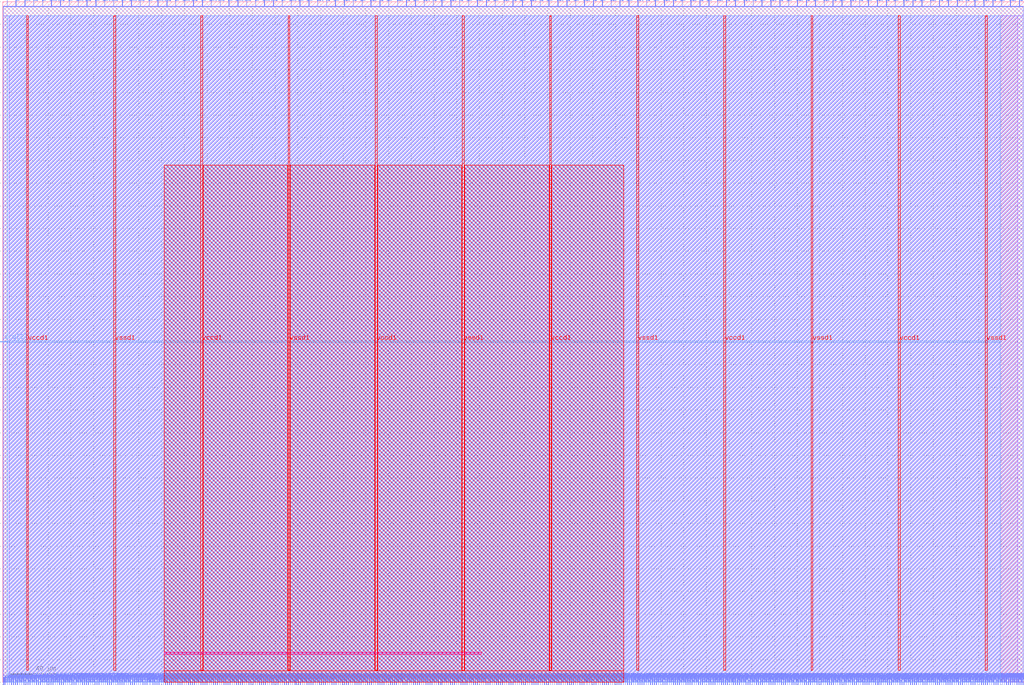
<source format=lef>
VERSION 5.7 ;
  NOWIREEXTENSIONATPIN ON ;
  DIVIDERCHAR "/" ;
  BUSBITCHARS "[]" ;
MACRO user_proj_example
  CLASS BLOCK ;
  FOREIGN user_proj_example ;
  ORIGIN 0.000 0.000 ;
  SIZE 900.000 BY 600.000 ;
  PIN io_in[0]
    DIRECTION INPUT ;
    USE SIGNAL ;
    PORT
      LAYER met2 ;
        RECT 3.770 596.000 4.050 602.000 ;
    END
  END io_in[0]
  PIN io_in[10]
    DIRECTION INPUT ;
    USE SIGNAL ;
    PORT
      LAYER met2 ;
        RECT 238.370 596.000 238.650 602.000 ;
    END
  END io_in[10]
  PIN io_in[11]
    DIRECTION INPUT ;
    USE SIGNAL ;
    PORT
      LAYER met2 ;
        RECT 261.830 596.000 262.110 602.000 ;
    END
  END io_in[11]
  PIN io_in[12]
    DIRECTION INPUT ;
    USE SIGNAL ;
    PORT
      LAYER met2 ;
        RECT 285.290 596.000 285.570 602.000 ;
    END
  END io_in[12]
  PIN io_in[13]
    DIRECTION INPUT ;
    USE SIGNAL ;
    PORT
      LAYER met2 ;
        RECT 308.750 596.000 309.030 602.000 ;
    END
  END io_in[13]
  PIN io_in[14]
    DIRECTION INPUT ;
    USE SIGNAL ;
    PORT
      LAYER met2 ;
        RECT 332.210 596.000 332.490 602.000 ;
    END
  END io_in[14]
  PIN io_in[15]
    DIRECTION INPUT ;
    USE SIGNAL ;
    PORT
      LAYER met2 ;
        RECT 355.670 596.000 355.950 602.000 ;
    END
  END io_in[15]
  PIN io_in[16]
    DIRECTION INPUT ;
    USE SIGNAL ;
    PORT
      LAYER met2 ;
        RECT 379.130 596.000 379.410 602.000 ;
    END
  END io_in[16]
  PIN io_in[17]
    DIRECTION INPUT ;
    USE SIGNAL ;
    PORT
      LAYER met2 ;
        RECT 402.590 596.000 402.870 602.000 ;
    END
  END io_in[17]
  PIN io_in[18]
    DIRECTION INPUT ;
    USE SIGNAL ;
    PORT
      LAYER met2 ;
        RECT 426.050 596.000 426.330 602.000 ;
    END
  END io_in[18]
  PIN io_in[19]
    DIRECTION INPUT ;
    USE SIGNAL ;
    PORT
      LAYER met2 ;
        RECT 449.510 596.000 449.790 602.000 ;
    END
  END io_in[19]
  PIN io_in[1]
    DIRECTION INPUT ;
    USE SIGNAL ;
    PORT
      LAYER met2 ;
        RECT 27.230 596.000 27.510 602.000 ;
    END
  END io_in[1]
  PIN io_in[20]
    DIRECTION INPUT ;
    USE SIGNAL ;
    PORT
      LAYER met2 ;
        RECT 473.430 596.000 473.710 602.000 ;
    END
  END io_in[20]
  PIN io_in[21]
    DIRECTION INPUT ;
    USE SIGNAL ;
    PORT
      LAYER met2 ;
        RECT 496.890 596.000 497.170 602.000 ;
    END
  END io_in[21]
  PIN io_in[22]
    DIRECTION INPUT ;
    USE SIGNAL ;
    PORT
      LAYER met2 ;
        RECT 520.350 596.000 520.630 602.000 ;
    END
  END io_in[22]
  PIN io_in[23]
    DIRECTION INPUT ;
    USE SIGNAL ;
    PORT
      LAYER met2 ;
        RECT 543.810 596.000 544.090 602.000 ;
    END
  END io_in[23]
  PIN io_in[24]
    DIRECTION INPUT ;
    USE SIGNAL ;
    PORT
      LAYER met2 ;
        RECT 567.270 596.000 567.550 602.000 ;
    END
  END io_in[24]
  PIN io_in[25]
    DIRECTION INPUT ;
    USE SIGNAL ;
    PORT
      LAYER met2 ;
        RECT 590.730 596.000 591.010 602.000 ;
    END
  END io_in[25]
  PIN io_in[26]
    DIRECTION INPUT ;
    USE SIGNAL ;
    PORT
      LAYER met2 ;
        RECT 614.190 596.000 614.470 602.000 ;
    END
  END io_in[26]
  PIN io_in[27]
    DIRECTION INPUT ;
    USE SIGNAL ;
    PORT
      LAYER met2 ;
        RECT 637.650 596.000 637.930 602.000 ;
    END
  END io_in[27]
  PIN io_in[28]
    DIRECTION INPUT ;
    USE SIGNAL ;
    PORT
      LAYER met2 ;
        RECT 661.110 596.000 661.390 602.000 ;
    END
  END io_in[28]
  PIN io_in[29]
    DIRECTION INPUT ;
    USE SIGNAL ;
    PORT
      LAYER met2 ;
        RECT 684.570 596.000 684.850 602.000 ;
    END
  END io_in[29]
  PIN io_in[2]
    DIRECTION INPUT ;
    USE SIGNAL ;
    PORT
      LAYER met2 ;
        RECT 50.690 596.000 50.970 602.000 ;
    END
  END io_in[2]
  PIN io_in[30]
    DIRECTION INPUT ;
    USE SIGNAL ;
    PORT
      LAYER met2 ;
        RECT 708.030 596.000 708.310 602.000 ;
    END
  END io_in[30]
  PIN io_in[31]
    DIRECTION INPUT ;
    USE SIGNAL ;
    PORT
      LAYER met2 ;
        RECT 731.490 596.000 731.770 602.000 ;
    END
  END io_in[31]
  PIN io_in[32]
    DIRECTION INPUT ;
    USE SIGNAL ;
    PORT
      LAYER met2 ;
        RECT 754.950 596.000 755.230 602.000 ;
    END
  END io_in[32]
  PIN io_in[33]
    DIRECTION INPUT ;
    USE SIGNAL ;
    PORT
      LAYER met2 ;
        RECT 778.410 596.000 778.690 602.000 ;
    END
  END io_in[33]
  PIN io_in[34]
    DIRECTION INPUT ;
    USE SIGNAL ;
    PORT
      LAYER met2 ;
        RECT 801.870 596.000 802.150 602.000 ;
    END
  END io_in[34]
  PIN io_in[35]
    DIRECTION INPUT ;
    USE SIGNAL ;
    PORT
      LAYER met2 ;
        RECT 825.330 596.000 825.610 602.000 ;
    END
  END io_in[35]
  PIN io_in[36]
    DIRECTION INPUT ;
    USE SIGNAL ;
    PORT
      LAYER met2 ;
        RECT 848.790 596.000 849.070 602.000 ;
    END
  END io_in[36]
  PIN io_in[37]
    DIRECTION INPUT ;
    USE SIGNAL ;
    PORT
      LAYER met2 ;
        RECT 872.250 596.000 872.530 602.000 ;
    END
  END io_in[37]
  PIN io_in[3]
    DIRECTION INPUT ;
    USE SIGNAL ;
    PORT
      LAYER met2 ;
        RECT 74.150 596.000 74.430 602.000 ;
    END
  END io_in[3]
  PIN io_in[4]
    DIRECTION INPUT ;
    USE SIGNAL ;
    PORT
      LAYER met2 ;
        RECT 97.610 596.000 97.890 602.000 ;
    END
  END io_in[4]
  PIN io_in[5]
    DIRECTION INPUT ;
    USE SIGNAL ;
    PORT
      LAYER met2 ;
        RECT 121.070 596.000 121.350 602.000 ;
    END
  END io_in[5]
  PIN io_in[6]
    DIRECTION INPUT ;
    USE SIGNAL ;
    PORT
      LAYER met2 ;
        RECT 144.530 596.000 144.810 602.000 ;
    END
  END io_in[6]
  PIN io_in[7]
    DIRECTION INPUT ;
    USE SIGNAL ;
    PORT
      LAYER met2 ;
        RECT 167.990 596.000 168.270 602.000 ;
    END
  END io_in[7]
  PIN io_in[8]
    DIRECTION INPUT ;
    USE SIGNAL ;
    PORT
      LAYER met2 ;
        RECT 191.450 596.000 191.730 602.000 ;
    END
  END io_in[8]
  PIN io_in[9]
    DIRECTION INPUT ;
    USE SIGNAL ;
    PORT
      LAYER met2 ;
        RECT 214.910 596.000 215.190 602.000 ;
    END
  END io_in[9]
  PIN io_oeb[0]
    DIRECTION OUTPUT TRISTATE ;
    USE SIGNAL ;
    PORT
      LAYER met2 ;
        RECT 11.590 596.000 11.870 602.000 ;
    END
  END io_oeb[0]
  PIN io_oeb[10]
    DIRECTION OUTPUT TRISTATE ;
    USE SIGNAL ;
    PORT
      LAYER met2 ;
        RECT 246.190 596.000 246.470 602.000 ;
    END
  END io_oeb[10]
  PIN io_oeb[11]
    DIRECTION OUTPUT TRISTATE ;
    USE SIGNAL ;
    PORT
      LAYER met2 ;
        RECT 269.650 596.000 269.930 602.000 ;
    END
  END io_oeb[11]
  PIN io_oeb[12]
    DIRECTION OUTPUT TRISTATE ;
    USE SIGNAL ;
    PORT
      LAYER met2 ;
        RECT 293.110 596.000 293.390 602.000 ;
    END
  END io_oeb[12]
  PIN io_oeb[13]
    DIRECTION OUTPUT TRISTATE ;
    USE SIGNAL ;
    PORT
      LAYER met2 ;
        RECT 316.570 596.000 316.850 602.000 ;
    END
  END io_oeb[13]
  PIN io_oeb[14]
    DIRECTION OUTPUT TRISTATE ;
    USE SIGNAL ;
    PORT
      LAYER met2 ;
        RECT 340.030 596.000 340.310 602.000 ;
    END
  END io_oeb[14]
  PIN io_oeb[15]
    DIRECTION OUTPUT TRISTATE ;
    USE SIGNAL ;
    PORT
      LAYER met2 ;
        RECT 363.490 596.000 363.770 602.000 ;
    END
  END io_oeb[15]
  PIN io_oeb[16]
    DIRECTION OUTPUT TRISTATE ;
    USE SIGNAL ;
    PORT
      LAYER met2 ;
        RECT 386.950 596.000 387.230 602.000 ;
    END
  END io_oeb[16]
  PIN io_oeb[17]
    DIRECTION OUTPUT TRISTATE ;
    USE SIGNAL ;
    PORT
      LAYER met2 ;
        RECT 410.410 596.000 410.690 602.000 ;
    END
  END io_oeb[17]
  PIN io_oeb[18]
    DIRECTION OUTPUT TRISTATE ;
    USE SIGNAL ;
    PORT
      LAYER met2 ;
        RECT 433.870 596.000 434.150 602.000 ;
    END
  END io_oeb[18]
  PIN io_oeb[19]
    DIRECTION OUTPUT TRISTATE ;
    USE SIGNAL ;
    PORT
      LAYER met2 ;
        RECT 457.790 596.000 458.070 602.000 ;
    END
  END io_oeb[19]
  PIN io_oeb[1]
    DIRECTION OUTPUT TRISTATE ;
    USE SIGNAL ;
    PORT
      LAYER met2 ;
        RECT 35.050 596.000 35.330 602.000 ;
    END
  END io_oeb[1]
  PIN io_oeb[20]
    DIRECTION OUTPUT TRISTATE ;
    USE SIGNAL ;
    PORT
      LAYER met2 ;
        RECT 481.250 596.000 481.530 602.000 ;
    END
  END io_oeb[20]
  PIN io_oeb[21]
    DIRECTION OUTPUT TRISTATE ;
    USE SIGNAL ;
    PORT
      LAYER met2 ;
        RECT 504.710 596.000 504.990 602.000 ;
    END
  END io_oeb[21]
  PIN io_oeb[22]
    DIRECTION OUTPUT TRISTATE ;
    USE SIGNAL ;
    PORT
      LAYER met2 ;
        RECT 528.170 596.000 528.450 602.000 ;
    END
  END io_oeb[22]
  PIN io_oeb[23]
    DIRECTION OUTPUT TRISTATE ;
    USE SIGNAL ;
    PORT
      LAYER met2 ;
        RECT 551.630 596.000 551.910 602.000 ;
    END
  END io_oeb[23]
  PIN io_oeb[24]
    DIRECTION OUTPUT TRISTATE ;
    USE SIGNAL ;
    PORT
      LAYER met2 ;
        RECT 575.090 596.000 575.370 602.000 ;
    END
  END io_oeb[24]
  PIN io_oeb[25]
    DIRECTION OUTPUT TRISTATE ;
    USE SIGNAL ;
    PORT
      LAYER met2 ;
        RECT 598.550 596.000 598.830 602.000 ;
    END
  END io_oeb[25]
  PIN io_oeb[26]
    DIRECTION OUTPUT TRISTATE ;
    USE SIGNAL ;
    PORT
      LAYER met2 ;
        RECT 622.010 596.000 622.290 602.000 ;
    END
  END io_oeb[26]
  PIN io_oeb[27]
    DIRECTION OUTPUT TRISTATE ;
    USE SIGNAL ;
    PORT
      LAYER met2 ;
        RECT 645.470 596.000 645.750 602.000 ;
    END
  END io_oeb[27]
  PIN io_oeb[28]
    DIRECTION OUTPUT TRISTATE ;
    USE SIGNAL ;
    PORT
      LAYER met2 ;
        RECT 668.930 596.000 669.210 602.000 ;
    END
  END io_oeb[28]
  PIN io_oeb[29]
    DIRECTION OUTPUT TRISTATE ;
    USE SIGNAL ;
    PORT
      LAYER met2 ;
        RECT 692.390 596.000 692.670 602.000 ;
    END
  END io_oeb[29]
  PIN io_oeb[2]
    DIRECTION OUTPUT TRISTATE ;
    USE SIGNAL ;
    PORT
      LAYER met2 ;
        RECT 58.510 596.000 58.790 602.000 ;
    END
  END io_oeb[2]
  PIN io_oeb[30]
    DIRECTION OUTPUT TRISTATE ;
    USE SIGNAL ;
    PORT
      LAYER met2 ;
        RECT 715.850 596.000 716.130 602.000 ;
    END
  END io_oeb[30]
  PIN io_oeb[31]
    DIRECTION OUTPUT TRISTATE ;
    USE SIGNAL ;
    PORT
      LAYER met2 ;
        RECT 739.310 596.000 739.590 602.000 ;
    END
  END io_oeb[31]
  PIN io_oeb[32]
    DIRECTION OUTPUT TRISTATE ;
    USE SIGNAL ;
    PORT
      LAYER met2 ;
        RECT 762.770 596.000 763.050 602.000 ;
    END
  END io_oeb[32]
  PIN io_oeb[33]
    DIRECTION OUTPUT TRISTATE ;
    USE SIGNAL ;
    PORT
      LAYER met2 ;
        RECT 786.230 596.000 786.510 602.000 ;
    END
  END io_oeb[33]
  PIN io_oeb[34]
    DIRECTION OUTPUT TRISTATE ;
    USE SIGNAL ;
    PORT
      LAYER met2 ;
        RECT 809.690 596.000 809.970 602.000 ;
    END
  END io_oeb[34]
  PIN io_oeb[35]
    DIRECTION OUTPUT TRISTATE ;
    USE SIGNAL ;
    PORT
      LAYER met2 ;
        RECT 833.150 596.000 833.430 602.000 ;
    END
  END io_oeb[35]
  PIN io_oeb[36]
    DIRECTION OUTPUT TRISTATE ;
    USE SIGNAL ;
    PORT
      LAYER met2 ;
        RECT 856.610 596.000 856.890 602.000 ;
    END
  END io_oeb[36]
  PIN io_oeb[37]
    DIRECTION OUTPUT TRISTATE ;
    USE SIGNAL ;
    PORT
      LAYER met2 ;
        RECT 880.070 596.000 880.350 602.000 ;
    END
  END io_oeb[37]
  PIN io_oeb[3]
    DIRECTION OUTPUT TRISTATE ;
    USE SIGNAL ;
    PORT
      LAYER met2 ;
        RECT 81.970 596.000 82.250 602.000 ;
    END
  END io_oeb[3]
  PIN io_oeb[4]
    DIRECTION OUTPUT TRISTATE ;
    USE SIGNAL ;
    PORT
      LAYER met2 ;
        RECT 105.430 596.000 105.710 602.000 ;
    END
  END io_oeb[4]
  PIN io_oeb[5]
    DIRECTION OUTPUT TRISTATE ;
    USE SIGNAL ;
    PORT
      LAYER met2 ;
        RECT 128.890 596.000 129.170 602.000 ;
    END
  END io_oeb[5]
  PIN io_oeb[6]
    DIRECTION OUTPUT TRISTATE ;
    USE SIGNAL ;
    PORT
      LAYER met2 ;
        RECT 152.350 596.000 152.630 602.000 ;
    END
  END io_oeb[6]
  PIN io_oeb[7]
    DIRECTION OUTPUT TRISTATE ;
    USE SIGNAL ;
    PORT
      LAYER met2 ;
        RECT 175.810 596.000 176.090 602.000 ;
    END
  END io_oeb[7]
  PIN io_oeb[8]
    DIRECTION OUTPUT TRISTATE ;
    USE SIGNAL ;
    PORT
      LAYER met2 ;
        RECT 199.270 596.000 199.550 602.000 ;
    END
  END io_oeb[8]
  PIN io_oeb[9]
    DIRECTION OUTPUT TRISTATE ;
    USE SIGNAL ;
    PORT
      LAYER met2 ;
        RECT 222.730 596.000 223.010 602.000 ;
    END
  END io_oeb[9]
  PIN io_out[0]
    DIRECTION OUTPUT TRISTATE ;
    USE SIGNAL ;
    PORT
      LAYER met2 ;
        RECT 19.410 596.000 19.690 602.000 ;
    END
  END io_out[0]
  PIN io_out[10]
    DIRECTION OUTPUT TRISTATE ;
    USE SIGNAL ;
    PORT
      LAYER met2 ;
        RECT 254.010 596.000 254.290 602.000 ;
    END
  END io_out[10]
  PIN io_out[11]
    DIRECTION OUTPUT TRISTATE ;
    USE SIGNAL ;
    PORT
      LAYER met2 ;
        RECT 277.470 596.000 277.750 602.000 ;
    END
  END io_out[11]
  PIN io_out[12]
    DIRECTION OUTPUT TRISTATE ;
    USE SIGNAL ;
    PORT
      LAYER met2 ;
        RECT 300.930 596.000 301.210 602.000 ;
    END
  END io_out[12]
  PIN io_out[13]
    DIRECTION OUTPUT TRISTATE ;
    USE SIGNAL ;
    PORT
      LAYER met2 ;
        RECT 324.390 596.000 324.670 602.000 ;
    END
  END io_out[13]
  PIN io_out[14]
    DIRECTION OUTPUT TRISTATE ;
    USE SIGNAL ;
    PORT
      LAYER met2 ;
        RECT 347.850 596.000 348.130 602.000 ;
    END
  END io_out[14]
  PIN io_out[15]
    DIRECTION OUTPUT TRISTATE ;
    USE SIGNAL ;
    PORT
      LAYER met2 ;
        RECT 371.310 596.000 371.590 602.000 ;
    END
  END io_out[15]
  PIN io_out[16]
    DIRECTION OUTPUT TRISTATE ;
    USE SIGNAL ;
    PORT
      LAYER met2 ;
        RECT 394.770 596.000 395.050 602.000 ;
    END
  END io_out[16]
  PIN io_out[17]
    DIRECTION OUTPUT TRISTATE ;
    USE SIGNAL ;
    PORT
      LAYER met2 ;
        RECT 418.230 596.000 418.510 602.000 ;
    END
  END io_out[17]
  PIN io_out[18]
    DIRECTION OUTPUT TRISTATE ;
    USE SIGNAL ;
    PORT
      LAYER met2 ;
        RECT 441.690 596.000 441.970 602.000 ;
    END
  END io_out[18]
  PIN io_out[19]
    DIRECTION OUTPUT TRISTATE ;
    USE SIGNAL ;
    PORT
      LAYER met2 ;
        RECT 465.610 596.000 465.890 602.000 ;
    END
  END io_out[19]
  PIN io_out[1]
    DIRECTION OUTPUT TRISTATE ;
    USE SIGNAL ;
    PORT
      LAYER met2 ;
        RECT 42.870 596.000 43.150 602.000 ;
    END
  END io_out[1]
  PIN io_out[20]
    DIRECTION OUTPUT TRISTATE ;
    USE SIGNAL ;
    PORT
      LAYER met2 ;
        RECT 489.070 596.000 489.350 602.000 ;
    END
  END io_out[20]
  PIN io_out[21]
    DIRECTION OUTPUT TRISTATE ;
    USE SIGNAL ;
    PORT
      LAYER met2 ;
        RECT 512.530 596.000 512.810 602.000 ;
    END
  END io_out[21]
  PIN io_out[22]
    DIRECTION OUTPUT TRISTATE ;
    USE SIGNAL ;
    PORT
      LAYER met2 ;
        RECT 535.990 596.000 536.270 602.000 ;
    END
  END io_out[22]
  PIN io_out[23]
    DIRECTION OUTPUT TRISTATE ;
    USE SIGNAL ;
    PORT
      LAYER met2 ;
        RECT 559.450 596.000 559.730 602.000 ;
    END
  END io_out[23]
  PIN io_out[24]
    DIRECTION OUTPUT TRISTATE ;
    USE SIGNAL ;
    PORT
      LAYER met2 ;
        RECT 582.910 596.000 583.190 602.000 ;
    END
  END io_out[24]
  PIN io_out[25]
    DIRECTION OUTPUT TRISTATE ;
    USE SIGNAL ;
    PORT
      LAYER met2 ;
        RECT 606.370 596.000 606.650 602.000 ;
    END
  END io_out[25]
  PIN io_out[26]
    DIRECTION OUTPUT TRISTATE ;
    USE SIGNAL ;
    PORT
      LAYER met2 ;
        RECT 629.830 596.000 630.110 602.000 ;
    END
  END io_out[26]
  PIN io_out[27]
    DIRECTION OUTPUT TRISTATE ;
    USE SIGNAL ;
    PORT
      LAYER met2 ;
        RECT 653.290 596.000 653.570 602.000 ;
    END
  END io_out[27]
  PIN io_out[28]
    DIRECTION OUTPUT TRISTATE ;
    USE SIGNAL ;
    PORT
      LAYER met2 ;
        RECT 676.750 596.000 677.030 602.000 ;
    END
  END io_out[28]
  PIN io_out[29]
    DIRECTION OUTPUT TRISTATE ;
    USE SIGNAL ;
    PORT
      LAYER met2 ;
        RECT 700.210 596.000 700.490 602.000 ;
    END
  END io_out[29]
  PIN io_out[2]
    DIRECTION OUTPUT TRISTATE ;
    USE SIGNAL ;
    PORT
      LAYER met2 ;
        RECT 66.330 596.000 66.610 602.000 ;
    END
  END io_out[2]
  PIN io_out[30]
    DIRECTION OUTPUT TRISTATE ;
    USE SIGNAL ;
    PORT
      LAYER met2 ;
        RECT 723.670 596.000 723.950 602.000 ;
    END
  END io_out[30]
  PIN io_out[31]
    DIRECTION OUTPUT TRISTATE ;
    USE SIGNAL ;
    PORT
      LAYER met2 ;
        RECT 747.130 596.000 747.410 602.000 ;
    END
  END io_out[31]
  PIN io_out[32]
    DIRECTION OUTPUT TRISTATE ;
    USE SIGNAL ;
    PORT
      LAYER met2 ;
        RECT 770.590 596.000 770.870 602.000 ;
    END
  END io_out[32]
  PIN io_out[33]
    DIRECTION OUTPUT TRISTATE ;
    USE SIGNAL ;
    PORT
      LAYER met2 ;
        RECT 794.050 596.000 794.330 602.000 ;
    END
  END io_out[33]
  PIN io_out[34]
    DIRECTION OUTPUT TRISTATE ;
    USE SIGNAL ;
    PORT
      LAYER met2 ;
        RECT 817.510 596.000 817.790 602.000 ;
    END
  END io_out[34]
  PIN io_out[35]
    DIRECTION OUTPUT TRISTATE ;
    USE SIGNAL ;
    PORT
      LAYER met2 ;
        RECT 840.970 596.000 841.250 602.000 ;
    END
  END io_out[35]
  PIN io_out[36]
    DIRECTION OUTPUT TRISTATE ;
    USE SIGNAL ;
    PORT
      LAYER met2 ;
        RECT 864.430 596.000 864.710 602.000 ;
    END
  END io_out[36]
  PIN io_out[37]
    DIRECTION OUTPUT TRISTATE ;
    USE SIGNAL ;
    PORT
      LAYER met2 ;
        RECT 887.890 596.000 888.170 602.000 ;
    END
  END io_out[37]
  PIN io_out[3]
    DIRECTION OUTPUT TRISTATE ;
    USE SIGNAL ;
    PORT
      LAYER met2 ;
        RECT 89.790 596.000 90.070 602.000 ;
    END
  END io_out[3]
  PIN io_out[4]
    DIRECTION OUTPUT TRISTATE ;
    USE SIGNAL ;
    PORT
      LAYER met2 ;
        RECT 113.250 596.000 113.530 602.000 ;
    END
  END io_out[4]
  PIN io_out[5]
    DIRECTION OUTPUT TRISTATE ;
    USE SIGNAL ;
    PORT
      LAYER met2 ;
        RECT 136.710 596.000 136.990 602.000 ;
    END
  END io_out[5]
  PIN io_out[6]
    DIRECTION OUTPUT TRISTATE ;
    USE SIGNAL ;
    PORT
      LAYER met2 ;
        RECT 160.170 596.000 160.450 602.000 ;
    END
  END io_out[6]
  PIN io_out[7]
    DIRECTION OUTPUT TRISTATE ;
    USE SIGNAL ;
    PORT
      LAYER met2 ;
        RECT 183.630 596.000 183.910 602.000 ;
    END
  END io_out[7]
  PIN io_out[8]
    DIRECTION OUTPUT TRISTATE ;
    USE SIGNAL ;
    PORT
      LAYER met2 ;
        RECT 207.090 596.000 207.370 602.000 ;
    END
  END io_out[8]
  PIN io_out[9]
    DIRECTION OUTPUT TRISTATE ;
    USE SIGNAL ;
    PORT
      LAYER met2 ;
        RECT 230.550 596.000 230.830 602.000 ;
    END
  END io_out[9]
  PIN irq[0]
    DIRECTION OUTPUT TRISTATE ;
    USE SIGNAL ;
    PORT
      LAYER met2 ;
        RECT 898.930 -2.000 899.210 4.000 ;
    END
  END irq[0]
  PIN irq[1]
    DIRECTION OUTPUT TRISTATE ;
    USE SIGNAL ;
    PORT
      LAYER met2 ;
        RECT 895.710 596.000 895.990 602.000 ;
    END
  END irq[1]
  PIN irq[2]
    DIRECTION OUTPUT TRISTATE ;
    USE SIGNAL ;
    PORT
      LAYER met3 ;
        RECT -2.000 299.920 4.000 300.520 ;
    END
  END irq[2]
  PIN la_data_in[0]
    DIRECTION INPUT ;
    USE SIGNAL ;
    PORT
      LAYER met2 ;
        RECT 194.670 -2.000 194.950 4.000 ;
    END
  END la_data_in[0]
  PIN la_data_in[100]
    DIRECTION INPUT ;
    USE SIGNAL ;
    PORT
      LAYER met2 ;
        RECT 744.830 -2.000 745.110 4.000 ;
    END
  END la_data_in[100]
  PIN la_data_in[101]
    DIRECTION INPUT ;
    USE SIGNAL ;
    PORT
      LAYER met2 ;
        RECT 750.350 -2.000 750.630 4.000 ;
    END
  END la_data_in[101]
  PIN la_data_in[102]
    DIRECTION INPUT ;
    USE SIGNAL ;
    PORT
      LAYER met2 ;
        RECT 755.870 -2.000 756.150 4.000 ;
    END
  END la_data_in[102]
  PIN la_data_in[103]
    DIRECTION INPUT ;
    USE SIGNAL ;
    PORT
      LAYER met2 ;
        RECT 761.390 -2.000 761.670 4.000 ;
    END
  END la_data_in[103]
  PIN la_data_in[104]
    DIRECTION INPUT ;
    USE SIGNAL ;
    PORT
      LAYER met2 ;
        RECT 766.910 -2.000 767.190 4.000 ;
    END
  END la_data_in[104]
  PIN la_data_in[105]
    DIRECTION INPUT ;
    USE SIGNAL ;
    PORT
      LAYER met2 ;
        RECT 771.970 -2.000 772.250 4.000 ;
    END
  END la_data_in[105]
  PIN la_data_in[106]
    DIRECTION INPUT ;
    USE SIGNAL ;
    PORT
      LAYER met2 ;
        RECT 777.490 -2.000 777.770 4.000 ;
    END
  END la_data_in[106]
  PIN la_data_in[107]
    DIRECTION INPUT ;
    USE SIGNAL ;
    PORT
      LAYER met2 ;
        RECT 783.010 -2.000 783.290 4.000 ;
    END
  END la_data_in[107]
  PIN la_data_in[108]
    DIRECTION INPUT ;
    USE SIGNAL ;
    PORT
      LAYER met2 ;
        RECT 788.530 -2.000 788.810 4.000 ;
    END
  END la_data_in[108]
  PIN la_data_in[109]
    DIRECTION INPUT ;
    USE SIGNAL ;
    PORT
      LAYER met2 ;
        RECT 794.050 -2.000 794.330 4.000 ;
    END
  END la_data_in[109]
  PIN la_data_in[10]
    DIRECTION INPUT ;
    USE SIGNAL ;
    PORT
      LAYER met2 ;
        RECT 249.870 -2.000 250.150 4.000 ;
    END
  END la_data_in[10]
  PIN la_data_in[110]
    DIRECTION INPUT ;
    USE SIGNAL ;
    PORT
      LAYER met2 ;
        RECT 799.570 -2.000 799.850 4.000 ;
    END
  END la_data_in[110]
  PIN la_data_in[111]
    DIRECTION INPUT ;
    USE SIGNAL ;
    PORT
      LAYER met2 ;
        RECT 805.090 -2.000 805.370 4.000 ;
    END
  END la_data_in[111]
  PIN la_data_in[112]
    DIRECTION INPUT ;
    USE SIGNAL ;
    PORT
      LAYER met2 ;
        RECT 810.610 -2.000 810.890 4.000 ;
    END
  END la_data_in[112]
  PIN la_data_in[113]
    DIRECTION INPUT ;
    USE SIGNAL ;
    PORT
      LAYER met2 ;
        RECT 816.130 -2.000 816.410 4.000 ;
    END
  END la_data_in[113]
  PIN la_data_in[114]
    DIRECTION INPUT ;
    USE SIGNAL ;
    PORT
      LAYER met2 ;
        RECT 821.650 -2.000 821.930 4.000 ;
    END
  END la_data_in[114]
  PIN la_data_in[115]
    DIRECTION INPUT ;
    USE SIGNAL ;
    PORT
      LAYER met2 ;
        RECT 827.170 -2.000 827.450 4.000 ;
    END
  END la_data_in[115]
  PIN la_data_in[116]
    DIRECTION INPUT ;
    USE SIGNAL ;
    PORT
      LAYER met2 ;
        RECT 832.690 -2.000 832.970 4.000 ;
    END
  END la_data_in[116]
  PIN la_data_in[117]
    DIRECTION INPUT ;
    USE SIGNAL ;
    PORT
      LAYER met2 ;
        RECT 838.210 -2.000 838.490 4.000 ;
    END
  END la_data_in[117]
  PIN la_data_in[118]
    DIRECTION INPUT ;
    USE SIGNAL ;
    PORT
      LAYER met2 ;
        RECT 843.730 -2.000 844.010 4.000 ;
    END
  END la_data_in[118]
  PIN la_data_in[119]
    DIRECTION INPUT ;
    USE SIGNAL ;
    PORT
      LAYER met2 ;
        RECT 849.250 -2.000 849.530 4.000 ;
    END
  END la_data_in[119]
  PIN la_data_in[11]
    DIRECTION INPUT ;
    USE SIGNAL ;
    PORT
      LAYER met2 ;
        RECT 255.390 -2.000 255.670 4.000 ;
    END
  END la_data_in[11]
  PIN la_data_in[120]
    DIRECTION INPUT ;
    USE SIGNAL ;
    PORT
      LAYER met2 ;
        RECT 854.770 -2.000 855.050 4.000 ;
    END
  END la_data_in[120]
  PIN la_data_in[121]
    DIRECTION INPUT ;
    USE SIGNAL ;
    PORT
      LAYER met2 ;
        RECT 860.290 -2.000 860.570 4.000 ;
    END
  END la_data_in[121]
  PIN la_data_in[122]
    DIRECTION INPUT ;
    USE SIGNAL ;
    PORT
      LAYER met2 ;
        RECT 865.810 -2.000 866.090 4.000 ;
    END
  END la_data_in[122]
  PIN la_data_in[123]
    DIRECTION INPUT ;
    USE SIGNAL ;
    PORT
      LAYER met2 ;
        RECT 871.330 -2.000 871.610 4.000 ;
    END
  END la_data_in[123]
  PIN la_data_in[124]
    DIRECTION INPUT ;
    USE SIGNAL ;
    PORT
      LAYER met2 ;
        RECT 876.850 -2.000 877.130 4.000 ;
    END
  END la_data_in[124]
  PIN la_data_in[125]
    DIRECTION INPUT ;
    USE SIGNAL ;
    PORT
      LAYER met2 ;
        RECT 882.370 -2.000 882.650 4.000 ;
    END
  END la_data_in[125]
  PIN la_data_in[126]
    DIRECTION INPUT ;
    USE SIGNAL ;
    PORT
      LAYER met2 ;
        RECT 887.890 -2.000 888.170 4.000 ;
    END
  END la_data_in[126]
  PIN la_data_in[127]
    DIRECTION INPUT ;
    USE SIGNAL ;
    PORT
      LAYER met2 ;
        RECT 893.410 -2.000 893.690 4.000 ;
    END
  END la_data_in[127]
  PIN la_data_in[12]
    DIRECTION INPUT ;
    USE SIGNAL ;
    PORT
      LAYER met2 ;
        RECT 260.450 -2.000 260.730 4.000 ;
    END
  END la_data_in[12]
  PIN la_data_in[13]
    DIRECTION INPUT ;
    USE SIGNAL ;
    PORT
      LAYER met2 ;
        RECT 265.970 -2.000 266.250 4.000 ;
    END
  END la_data_in[13]
  PIN la_data_in[14]
    DIRECTION INPUT ;
    USE SIGNAL ;
    PORT
      LAYER met2 ;
        RECT 271.490 -2.000 271.770 4.000 ;
    END
  END la_data_in[14]
  PIN la_data_in[15]
    DIRECTION INPUT ;
    USE SIGNAL ;
    PORT
      LAYER met2 ;
        RECT 277.010 -2.000 277.290 4.000 ;
    END
  END la_data_in[15]
  PIN la_data_in[16]
    DIRECTION INPUT ;
    USE SIGNAL ;
    PORT
      LAYER met2 ;
        RECT 282.530 -2.000 282.810 4.000 ;
    END
  END la_data_in[16]
  PIN la_data_in[17]
    DIRECTION INPUT ;
    USE SIGNAL ;
    PORT
      LAYER met2 ;
        RECT 288.050 -2.000 288.330 4.000 ;
    END
  END la_data_in[17]
  PIN la_data_in[18]
    DIRECTION INPUT ;
    USE SIGNAL ;
    PORT
      LAYER met2 ;
        RECT 293.570 -2.000 293.850 4.000 ;
    END
  END la_data_in[18]
  PIN la_data_in[19]
    DIRECTION INPUT ;
    USE SIGNAL ;
    PORT
      LAYER met2 ;
        RECT 299.090 -2.000 299.370 4.000 ;
    END
  END la_data_in[19]
  PIN la_data_in[1]
    DIRECTION INPUT ;
    USE SIGNAL ;
    PORT
      LAYER met2 ;
        RECT 200.190 -2.000 200.470 4.000 ;
    END
  END la_data_in[1]
  PIN la_data_in[20]
    DIRECTION INPUT ;
    USE SIGNAL ;
    PORT
      LAYER met2 ;
        RECT 304.610 -2.000 304.890 4.000 ;
    END
  END la_data_in[20]
  PIN la_data_in[21]
    DIRECTION INPUT ;
    USE SIGNAL ;
    PORT
      LAYER met2 ;
        RECT 310.130 -2.000 310.410 4.000 ;
    END
  END la_data_in[21]
  PIN la_data_in[22]
    DIRECTION INPUT ;
    USE SIGNAL ;
    PORT
      LAYER met2 ;
        RECT 315.650 -2.000 315.930 4.000 ;
    END
  END la_data_in[22]
  PIN la_data_in[23]
    DIRECTION INPUT ;
    USE SIGNAL ;
    PORT
      LAYER met2 ;
        RECT 321.170 -2.000 321.450 4.000 ;
    END
  END la_data_in[23]
  PIN la_data_in[24]
    DIRECTION INPUT ;
    USE SIGNAL ;
    PORT
      LAYER met2 ;
        RECT 326.690 -2.000 326.970 4.000 ;
    END
  END la_data_in[24]
  PIN la_data_in[25]
    DIRECTION INPUT ;
    USE SIGNAL ;
    PORT
      LAYER met2 ;
        RECT 332.210 -2.000 332.490 4.000 ;
    END
  END la_data_in[25]
  PIN la_data_in[26]
    DIRECTION INPUT ;
    USE SIGNAL ;
    PORT
      LAYER met2 ;
        RECT 337.730 -2.000 338.010 4.000 ;
    END
  END la_data_in[26]
  PIN la_data_in[27]
    DIRECTION INPUT ;
    USE SIGNAL ;
    PORT
      LAYER met2 ;
        RECT 343.250 -2.000 343.530 4.000 ;
    END
  END la_data_in[27]
  PIN la_data_in[28]
    DIRECTION INPUT ;
    USE SIGNAL ;
    PORT
      LAYER met2 ;
        RECT 348.770 -2.000 349.050 4.000 ;
    END
  END la_data_in[28]
  PIN la_data_in[29]
    DIRECTION INPUT ;
    USE SIGNAL ;
    PORT
      LAYER met2 ;
        RECT 354.290 -2.000 354.570 4.000 ;
    END
  END la_data_in[29]
  PIN la_data_in[2]
    DIRECTION INPUT ;
    USE SIGNAL ;
    PORT
      LAYER met2 ;
        RECT 205.710 -2.000 205.990 4.000 ;
    END
  END la_data_in[2]
  PIN la_data_in[30]
    DIRECTION INPUT ;
    USE SIGNAL ;
    PORT
      LAYER met2 ;
        RECT 359.810 -2.000 360.090 4.000 ;
    END
  END la_data_in[30]
  PIN la_data_in[31]
    DIRECTION INPUT ;
    USE SIGNAL ;
    PORT
      LAYER met2 ;
        RECT 365.330 -2.000 365.610 4.000 ;
    END
  END la_data_in[31]
  PIN la_data_in[32]
    DIRECTION INPUT ;
    USE SIGNAL ;
    PORT
      LAYER met2 ;
        RECT 370.850 -2.000 371.130 4.000 ;
    END
  END la_data_in[32]
  PIN la_data_in[33]
    DIRECTION INPUT ;
    USE SIGNAL ;
    PORT
      LAYER met2 ;
        RECT 376.370 -2.000 376.650 4.000 ;
    END
  END la_data_in[33]
  PIN la_data_in[34]
    DIRECTION INPUT ;
    USE SIGNAL ;
    PORT
      LAYER met2 ;
        RECT 381.890 -2.000 382.170 4.000 ;
    END
  END la_data_in[34]
  PIN la_data_in[35]
    DIRECTION INPUT ;
    USE SIGNAL ;
    PORT
      LAYER met2 ;
        RECT 386.950 -2.000 387.230 4.000 ;
    END
  END la_data_in[35]
  PIN la_data_in[36]
    DIRECTION INPUT ;
    USE SIGNAL ;
    PORT
      LAYER met2 ;
        RECT 392.470 -2.000 392.750 4.000 ;
    END
  END la_data_in[36]
  PIN la_data_in[37]
    DIRECTION INPUT ;
    USE SIGNAL ;
    PORT
      LAYER met2 ;
        RECT 397.990 -2.000 398.270 4.000 ;
    END
  END la_data_in[37]
  PIN la_data_in[38]
    DIRECTION INPUT ;
    USE SIGNAL ;
    PORT
      LAYER met2 ;
        RECT 403.510 -2.000 403.790 4.000 ;
    END
  END la_data_in[38]
  PIN la_data_in[39]
    DIRECTION INPUT ;
    USE SIGNAL ;
    PORT
      LAYER met2 ;
        RECT 409.030 -2.000 409.310 4.000 ;
    END
  END la_data_in[39]
  PIN la_data_in[3]
    DIRECTION INPUT ;
    USE SIGNAL ;
    PORT
      LAYER met2 ;
        RECT 211.230 -2.000 211.510 4.000 ;
    END
  END la_data_in[3]
  PIN la_data_in[40]
    DIRECTION INPUT ;
    USE SIGNAL ;
    PORT
      LAYER met2 ;
        RECT 414.550 -2.000 414.830 4.000 ;
    END
  END la_data_in[40]
  PIN la_data_in[41]
    DIRECTION INPUT ;
    USE SIGNAL ;
    PORT
      LAYER met2 ;
        RECT 420.070 -2.000 420.350 4.000 ;
    END
  END la_data_in[41]
  PIN la_data_in[42]
    DIRECTION INPUT ;
    USE SIGNAL ;
    PORT
      LAYER met2 ;
        RECT 425.590 -2.000 425.870 4.000 ;
    END
  END la_data_in[42]
  PIN la_data_in[43]
    DIRECTION INPUT ;
    USE SIGNAL ;
    PORT
      LAYER met2 ;
        RECT 431.110 -2.000 431.390 4.000 ;
    END
  END la_data_in[43]
  PIN la_data_in[44]
    DIRECTION INPUT ;
    USE SIGNAL ;
    PORT
      LAYER met2 ;
        RECT 436.630 -2.000 436.910 4.000 ;
    END
  END la_data_in[44]
  PIN la_data_in[45]
    DIRECTION INPUT ;
    USE SIGNAL ;
    PORT
      LAYER met2 ;
        RECT 442.150 -2.000 442.430 4.000 ;
    END
  END la_data_in[45]
  PIN la_data_in[46]
    DIRECTION INPUT ;
    USE SIGNAL ;
    PORT
      LAYER met2 ;
        RECT 447.670 -2.000 447.950 4.000 ;
    END
  END la_data_in[46]
  PIN la_data_in[47]
    DIRECTION INPUT ;
    USE SIGNAL ;
    PORT
      LAYER met2 ;
        RECT 453.190 -2.000 453.470 4.000 ;
    END
  END la_data_in[47]
  PIN la_data_in[48]
    DIRECTION INPUT ;
    USE SIGNAL ;
    PORT
      LAYER met2 ;
        RECT 458.710 -2.000 458.990 4.000 ;
    END
  END la_data_in[48]
  PIN la_data_in[49]
    DIRECTION INPUT ;
    USE SIGNAL ;
    PORT
      LAYER met2 ;
        RECT 464.230 -2.000 464.510 4.000 ;
    END
  END la_data_in[49]
  PIN la_data_in[4]
    DIRECTION INPUT ;
    USE SIGNAL ;
    PORT
      LAYER met2 ;
        RECT 216.750 -2.000 217.030 4.000 ;
    END
  END la_data_in[4]
  PIN la_data_in[50]
    DIRECTION INPUT ;
    USE SIGNAL ;
    PORT
      LAYER met2 ;
        RECT 469.750 -2.000 470.030 4.000 ;
    END
  END la_data_in[50]
  PIN la_data_in[51]
    DIRECTION INPUT ;
    USE SIGNAL ;
    PORT
      LAYER met2 ;
        RECT 475.270 -2.000 475.550 4.000 ;
    END
  END la_data_in[51]
  PIN la_data_in[52]
    DIRECTION INPUT ;
    USE SIGNAL ;
    PORT
      LAYER met2 ;
        RECT 480.790 -2.000 481.070 4.000 ;
    END
  END la_data_in[52]
  PIN la_data_in[53]
    DIRECTION INPUT ;
    USE SIGNAL ;
    PORT
      LAYER met2 ;
        RECT 486.310 -2.000 486.590 4.000 ;
    END
  END la_data_in[53]
  PIN la_data_in[54]
    DIRECTION INPUT ;
    USE SIGNAL ;
    PORT
      LAYER met2 ;
        RECT 491.830 -2.000 492.110 4.000 ;
    END
  END la_data_in[54]
  PIN la_data_in[55]
    DIRECTION INPUT ;
    USE SIGNAL ;
    PORT
      LAYER met2 ;
        RECT 497.350 -2.000 497.630 4.000 ;
    END
  END la_data_in[55]
  PIN la_data_in[56]
    DIRECTION INPUT ;
    USE SIGNAL ;
    PORT
      LAYER met2 ;
        RECT 502.870 -2.000 503.150 4.000 ;
    END
  END la_data_in[56]
  PIN la_data_in[57]
    DIRECTION INPUT ;
    USE SIGNAL ;
    PORT
      LAYER met2 ;
        RECT 508.390 -2.000 508.670 4.000 ;
    END
  END la_data_in[57]
  PIN la_data_in[58]
    DIRECTION INPUT ;
    USE SIGNAL ;
    PORT
      LAYER met2 ;
        RECT 513.910 -2.000 514.190 4.000 ;
    END
  END la_data_in[58]
  PIN la_data_in[59]
    DIRECTION INPUT ;
    USE SIGNAL ;
    PORT
      LAYER met2 ;
        RECT 518.970 -2.000 519.250 4.000 ;
    END
  END la_data_in[59]
  PIN la_data_in[5]
    DIRECTION INPUT ;
    USE SIGNAL ;
    PORT
      LAYER met2 ;
        RECT 222.270 -2.000 222.550 4.000 ;
    END
  END la_data_in[5]
  PIN la_data_in[60]
    DIRECTION INPUT ;
    USE SIGNAL ;
    PORT
      LAYER met2 ;
        RECT 524.490 -2.000 524.770 4.000 ;
    END
  END la_data_in[60]
  PIN la_data_in[61]
    DIRECTION INPUT ;
    USE SIGNAL ;
    PORT
      LAYER met2 ;
        RECT 530.010 -2.000 530.290 4.000 ;
    END
  END la_data_in[61]
  PIN la_data_in[62]
    DIRECTION INPUT ;
    USE SIGNAL ;
    PORT
      LAYER met2 ;
        RECT 535.530 -2.000 535.810 4.000 ;
    END
  END la_data_in[62]
  PIN la_data_in[63]
    DIRECTION INPUT ;
    USE SIGNAL ;
    PORT
      LAYER met2 ;
        RECT 541.050 -2.000 541.330 4.000 ;
    END
  END la_data_in[63]
  PIN la_data_in[64]
    DIRECTION INPUT ;
    USE SIGNAL ;
    PORT
      LAYER met2 ;
        RECT 546.570 -2.000 546.850 4.000 ;
    END
  END la_data_in[64]
  PIN la_data_in[65]
    DIRECTION INPUT ;
    USE SIGNAL ;
    PORT
      LAYER met2 ;
        RECT 552.090 -2.000 552.370 4.000 ;
    END
  END la_data_in[65]
  PIN la_data_in[66]
    DIRECTION INPUT ;
    USE SIGNAL ;
    PORT
      LAYER met2 ;
        RECT 557.610 -2.000 557.890 4.000 ;
    END
  END la_data_in[66]
  PIN la_data_in[67]
    DIRECTION INPUT ;
    USE SIGNAL ;
    PORT
      LAYER met2 ;
        RECT 563.130 -2.000 563.410 4.000 ;
    END
  END la_data_in[67]
  PIN la_data_in[68]
    DIRECTION INPUT ;
    USE SIGNAL ;
    PORT
      LAYER met2 ;
        RECT 568.650 -2.000 568.930 4.000 ;
    END
  END la_data_in[68]
  PIN la_data_in[69]
    DIRECTION INPUT ;
    USE SIGNAL ;
    PORT
      LAYER met2 ;
        RECT 574.170 -2.000 574.450 4.000 ;
    END
  END la_data_in[69]
  PIN la_data_in[6]
    DIRECTION INPUT ;
    USE SIGNAL ;
    PORT
      LAYER met2 ;
        RECT 227.790 -2.000 228.070 4.000 ;
    END
  END la_data_in[6]
  PIN la_data_in[70]
    DIRECTION INPUT ;
    USE SIGNAL ;
    PORT
      LAYER met2 ;
        RECT 579.690 -2.000 579.970 4.000 ;
    END
  END la_data_in[70]
  PIN la_data_in[71]
    DIRECTION INPUT ;
    USE SIGNAL ;
    PORT
      LAYER met2 ;
        RECT 585.210 -2.000 585.490 4.000 ;
    END
  END la_data_in[71]
  PIN la_data_in[72]
    DIRECTION INPUT ;
    USE SIGNAL ;
    PORT
      LAYER met2 ;
        RECT 590.730 -2.000 591.010 4.000 ;
    END
  END la_data_in[72]
  PIN la_data_in[73]
    DIRECTION INPUT ;
    USE SIGNAL ;
    PORT
      LAYER met2 ;
        RECT 596.250 -2.000 596.530 4.000 ;
    END
  END la_data_in[73]
  PIN la_data_in[74]
    DIRECTION INPUT ;
    USE SIGNAL ;
    PORT
      LAYER met2 ;
        RECT 601.770 -2.000 602.050 4.000 ;
    END
  END la_data_in[74]
  PIN la_data_in[75]
    DIRECTION INPUT ;
    USE SIGNAL ;
    PORT
      LAYER met2 ;
        RECT 607.290 -2.000 607.570 4.000 ;
    END
  END la_data_in[75]
  PIN la_data_in[76]
    DIRECTION INPUT ;
    USE SIGNAL ;
    PORT
      LAYER met2 ;
        RECT 612.810 -2.000 613.090 4.000 ;
    END
  END la_data_in[76]
  PIN la_data_in[77]
    DIRECTION INPUT ;
    USE SIGNAL ;
    PORT
      LAYER met2 ;
        RECT 618.330 -2.000 618.610 4.000 ;
    END
  END la_data_in[77]
  PIN la_data_in[78]
    DIRECTION INPUT ;
    USE SIGNAL ;
    PORT
      LAYER met2 ;
        RECT 623.850 -2.000 624.130 4.000 ;
    END
  END la_data_in[78]
  PIN la_data_in[79]
    DIRECTION INPUT ;
    USE SIGNAL ;
    PORT
      LAYER met2 ;
        RECT 629.370 -2.000 629.650 4.000 ;
    END
  END la_data_in[79]
  PIN la_data_in[7]
    DIRECTION INPUT ;
    USE SIGNAL ;
    PORT
      LAYER met2 ;
        RECT 233.310 -2.000 233.590 4.000 ;
    END
  END la_data_in[7]
  PIN la_data_in[80]
    DIRECTION INPUT ;
    USE SIGNAL ;
    PORT
      LAYER met2 ;
        RECT 634.890 -2.000 635.170 4.000 ;
    END
  END la_data_in[80]
  PIN la_data_in[81]
    DIRECTION INPUT ;
    USE SIGNAL ;
    PORT
      LAYER met2 ;
        RECT 640.410 -2.000 640.690 4.000 ;
    END
  END la_data_in[81]
  PIN la_data_in[82]
    DIRECTION INPUT ;
    USE SIGNAL ;
    PORT
      LAYER met2 ;
        RECT 645.470 -2.000 645.750 4.000 ;
    END
  END la_data_in[82]
  PIN la_data_in[83]
    DIRECTION INPUT ;
    USE SIGNAL ;
    PORT
      LAYER met2 ;
        RECT 650.990 -2.000 651.270 4.000 ;
    END
  END la_data_in[83]
  PIN la_data_in[84]
    DIRECTION INPUT ;
    USE SIGNAL ;
    PORT
      LAYER met2 ;
        RECT 656.510 -2.000 656.790 4.000 ;
    END
  END la_data_in[84]
  PIN la_data_in[85]
    DIRECTION INPUT ;
    USE SIGNAL ;
    PORT
      LAYER met2 ;
        RECT 662.030 -2.000 662.310 4.000 ;
    END
  END la_data_in[85]
  PIN la_data_in[86]
    DIRECTION INPUT ;
    USE SIGNAL ;
    PORT
      LAYER met2 ;
        RECT 667.550 -2.000 667.830 4.000 ;
    END
  END la_data_in[86]
  PIN la_data_in[87]
    DIRECTION INPUT ;
    USE SIGNAL ;
    PORT
      LAYER met2 ;
        RECT 673.070 -2.000 673.350 4.000 ;
    END
  END la_data_in[87]
  PIN la_data_in[88]
    DIRECTION INPUT ;
    USE SIGNAL ;
    PORT
      LAYER met2 ;
        RECT 678.590 -2.000 678.870 4.000 ;
    END
  END la_data_in[88]
  PIN la_data_in[89]
    DIRECTION INPUT ;
    USE SIGNAL ;
    PORT
      LAYER met2 ;
        RECT 684.110 -2.000 684.390 4.000 ;
    END
  END la_data_in[89]
  PIN la_data_in[8]
    DIRECTION INPUT ;
    USE SIGNAL ;
    PORT
      LAYER met2 ;
        RECT 238.830 -2.000 239.110 4.000 ;
    END
  END la_data_in[8]
  PIN la_data_in[90]
    DIRECTION INPUT ;
    USE SIGNAL ;
    PORT
      LAYER met2 ;
        RECT 689.630 -2.000 689.910 4.000 ;
    END
  END la_data_in[90]
  PIN la_data_in[91]
    DIRECTION INPUT ;
    USE SIGNAL ;
    PORT
      LAYER met2 ;
        RECT 695.150 -2.000 695.430 4.000 ;
    END
  END la_data_in[91]
  PIN la_data_in[92]
    DIRECTION INPUT ;
    USE SIGNAL ;
    PORT
      LAYER met2 ;
        RECT 700.670 -2.000 700.950 4.000 ;
    END
  END la_data_in[92]
  PIN la_data_in[93]
    DIRECTION INPUT ;
    USE SIGNAL ;
    PORT
      LAYER met2 ;
        RECT 706.190 -2.000 706.470 4.000 ;
    END
  END la_data_in[93]
  PIN la_data_in[94]
    DIRECTION INPUT ;
    USE SIGNAL ;
    PORT
      LAYER met2 ;
        RECT 711.710 -2.000 711.990 4.000 ;
    END
  END la_data_in[94]
  PIN la_data_in[95]
    DIRECTION INPUT ;
    USE SIGNAL ;
    PORT
      LAYER met2 ;
        RECT 717.230 -2.000 717.510 4.000 ;
    END
  END la_data_in[95]
  PIN la_data_in[96]
    DIRECTION INPUT ;
    USE SIGNAL ;
    PORT
      LAYER met2 ;
        RECT 722.750 -2.000 723.030 4.000 ;
    END
  END la_data_in[96]
  PIN la_data_in[97]
    DIRECTION INPUT ;
    USE SIGNAL ;
    PORT
      LAYER met2 ;
        RECT 728.270 -2.000 728.550 4.000 ;
    END
  END la_data_in[97]
  PIN la_data_in[98]
    DIRECTION INPUT ;
    USE SIGNAL ;
    PORT
      LAYER met2 ;
        RECT 733.790 -2.000 734.070 4.000 ;
    END
  END la_data_in[98]
  PIN la_data_in[99]
    DIRECTION INPUT ;
    USE SIGNAL ;
    PORT
      LAYER met2 ;
        RECT 739.310 -2.000 739.590 4.000 ;
    END
  END la_data_in[99]
  PIN la_data_in[9]
    DIRECTION INPUT ;
    USE SIGNAL ;
    PORT
      LAYER met2 ;
        RECT 244.350 -2.000 244.630 4.000 ;
    END
  END la_data_in[9]
  PIN la_data_out[0]
    DIRECTION OUTPUT TRISTATE ;
    USE SIGNAL ;
    PORT
      LAYER met2 ;
        RECT 196.510 -2.000 196.790 4.000 ;
    END
  END la_data_out[0]
  PIN la_data_out[100]
    DIRECTION OUTPUT TRISTATE ;
    USE SIGNAL ;
    PORT
      LAYER met2 ;
        RECT 746.670 -2.000 746.950 4.000 ;
    END
  END la_data_out[100]
  PIN la_data_out[101]
    DIRECTION OUTPUT TRISTATE ;
    USE SIGNAL ;
    PORT
      LAYER met2 ;
        RECT 752.190 -2.000 752.470 4.000 ;
    END
  END la_data_out[101]
  PIN la_data_out[102]
    DIRECTION OUTPUT TRISTATE ;
    USE SIGNAL ;
    PORT
      LAYER met2 ;
        RECT 757.710 -2.000 757.990 4.000 ;
    END
  END la_data_out[102]
  PIN la_data_out[103]
    DIRECTION OUTPUT TRISTATE ;
    USE SIGNAL ;
    PORT
      LAYER met2 ;
        RECT 763.230 -2.000 763.510 4.000 ;
    END
  END la_data_out[103]
  PIN la_data_out[104]
    DIRECTION OUTPUT TRISTATE ;
    USE SIGNAL ;
    PORT
      LAYER met2 ;
        RECT 768.750 -2.000 769.030 4.000 ;
    END
  END la_data_out[104]
  PIN la_data_out[105]
    DIRECTION OUTPUT TRISTATE ;
    USE SIGNAL ;
    PORT
      LAYER met2 ;
        RECT 773.810 -2.000 774.090 4.000 ;
    END
  END la_data_out[105]
  PIN la_data_out[106]
    DIRECTION OUTPUT TRISTATE ;
    USE SIGNAL ;
    PORT
      LAYER met2 ;
        RECT 779.330 -2.000 779.610 4.000 ;
    END
  END la_data_out[106]
  PIN la_data_out[107]
    DIRECTION OUTPUT TRISTATE ;
    USE SIGNAL ;
    PORT
      LAYER met2 ;
        RECT 784.850 -2.000 785.130 4.000 ;
    END
  END la_data_out[107]
  PIN la_data_out[108]
    DIRECTION OUTPUT TRISTATE ;
    USE SIGNAL ;
    PORT
      LAYER met2 ;
        RECT 790.370 -2.000 790.650 4.000 ;
    END
  END la_data_out[108]
  PIN la_data_out[109]
    DIRECTION OUTPUT TRISTATE ;
    USE SIGNAL ;
    PORT
      LAYER met2 ;
        RECT 795.890 -2.000 796.170 4.000 ;
    END
  END la_data_out[109]
  PIN la_data_out[10]
    DIRECTION OUTPUT TRISTATE ;
    USE SIGNAL ;
    PORT
      LAYER met2 ;
        RECT 251.710 -2.000 251.990 4.000 ;
    END
  END la_data_out[10]
  PIN la_data_out[110]
    DIRECTION OUTPUT TRISTATE ;
    USE SIGNAL ;
    PORT
      LAYER met2 ;
        RECT 801.410 -2.000 801.690 4.000 ;
    END
  END la_data_out[110]
  PIN la_data_out[111]
    DIRECTION OUTPUT TRISTATE ;
    USE SIGNAL ;
    PORT
      LAYER met2 ;
        RECT 806.930 -2.000 807.210 4.000 ;
    END
  END la_data_out[111]
  PIN la_data_out[112]
    DIRECTION OUTPUT TRISTATE ;
    USE SIGNAL ;
    PORT
      LAYER met2 ;
        RECT 812.450 -2.000 812.730 4.000 ;
    END
  END la_data_out[112]
  PIN la_data_out[113]
    DIRECTION OUTPUT TRISTATE ;
    USE SIGNAL ;
    PORT
      LAYER met2 ;
        RECT 817.970 -2.000 818.250 4.000 ;
    END
  END la_data_out[113]
  PIN la_data_out[114]
    DIRECTION OUTPUT TRISTATE ;
    USE SIGNAL ;
    PORT
      LAYER met2 ;
        RECT 823.490 -2.000 823.770 4.000 ;
    END
  END la_data_out[114]
  PIN la_data_out[115]
    DIRECTION OUTPUT TRISTATE ;
    USE SIGNAL ;
    PORT
      LAYER met2 ;
        RECT 829.010 -2.000 829.290 4.000 ;
    END
  END la_data_out[115]
  PIN la_data_out[116]
    DIRECTION OUTPUT TRISTATE ;
    USE SIGNAL ;
    PORT
      LAYER met2 ;
        RECT 834.530 -2.000 834.810 4.000 ;
    END
  END la_data_out[116]
  PIN la_data_out[117]
    DIRECTION OUTPUT TRISTATE ;
    USE SIGNAL ;
    PORT
      LAYER met2 ;
        RECT 840.050 -2.000 840.330 4.000 ;
    END
  END la_data_out[117]
  PIN la_data_out[118]
    DIRECTION OUTPUT TRISTATE ;
    USE SIGNAL ;
    PORT
      LAYER met2 ;
        RECT 845.570 -2.000 845.850 4.000 ;
    END
  END la_data_out[118]
  PIN la_data_out[119]
    DIRECTION OUTPUT TRISTATE ;
    USE SIGNAL ;
    PORT
      LAYER met2 ;
        RECT 851.090 -2.000 851.370 4.000 ;
    END
  END la_data_out[119]
  PIN la_data_out[11]
    DIRECTION OUTPUT TRISTATE ;
    USE SIGNAL ;
    PORT
      LAYER met2 ;
        RECT 257.230 -2.000 257.510 4.000 ;
    END
  END la_data_out[11]
  PIN la_data_out[120]
    DIRECTION OUTPUT TRISTATE ;
    USE SIGNAL ;
    PORT
      LAYER met2 ;
        RECT 856.610 -2.000 856.890 4.000 ;
    END
  END la_data_out[120]
  PIN la_data_out[121]
    DIRECTION OUTPUT TRISTATE ;
    USE SIGNAL ;
    PORT
      LAYER met2 ;
        RECT 862.130 -2.000 862.410 4.000 ;
    END
  END la_data_out[121]
  PIN la_data_out[122]
    DIRECTION OUTPUT TRISTATE ;
    USE SIGNAL ;
    PORT
      LAYER met2 ;
        RECT 867.650 -2.000 867.930 4.000 ;
    END
  END la_data_out[122]
  PIN la_data_out[123]
    DIRECTION OUTPUT TRISTATE ;
    USE SIGNAL ;
    PORT
      LAYER met2 ;
        RECT 873.170 -2.000 873.450 4.000 ;
    END
  END la_data_out[123]
  PIN la_data_out[124]
    DIRECTION OUTPUT TRISTATE ;
    USE SIGNAL ;
    PORT
      LAYER met2 ;
        RECT 878.690 -2.000 878.970 4.000 ;
    END
  END la_data_out[124]
  PIN la_data_out[125]
    DIRECTION OUTPUT TRISTATE ;
    USE SIGNAL ;
    PORT
      LAYER met2 ;
        RECT 884.210 -2.000 884.490 4.000 ;
    END
  END la_data_out[125]
  PIN la_data_out[126]
    DIRECTION OUTPUT TRISTATE ;
    USE SIGNAL ;
    PORT
      LAYER met2 ;
        RECT 889.730 -2.000 890.010 4.000 ;
    END
  END la_data_out[126]
  PIN la_data_out[127]
    DIRECTION OUTPUT TRISTATE ;
    USE SIGNAL ;
    PORT
      LAYER met2 ;
        RECT 895.250 -2.000 895.530 4.000 ;
    END
  END la_data_out[127]
  PIN la_data_out[12]
    DIRECTION OUTPUT TRISTATE ;
    USE SIGNAL ;
    PORT
      LAYER met2 ;
        RECT 262.290 -2.000 262.570 4.000 ;
    END
  END la_data_out[12]
  PIN la_data_out[13]
    DIRECTION OUTPUT TRISTATE ;
    USE SIGNAL ;
    PORT
      LAYER met2 ;
        RECT 267.810 -2.000 268.090 4.000 ;
    END
  END la_data_out[13]
  PIN la_data_out[14]
    DIRECTION OUTPUT TRISTATE ;
    USE SIGNAL ;
    PORT
      LAYER met2 ;
        RECT 273.330 -2.000 273.610 4.000 ;
    END
  END la_data_out[14]
  PIN la_data_out[15]
    DIRECTION OUTPUT TRISTATE ;
    USE SIGNAL ;
    PORT
      LAYER met2 ;
        RECT 278.850 -2.000 279.130 4.000 ;
    END
  END la_data_out[15]
  PIN la_data_out[16]
    DIRECTION OUTPUT TRISTATE ;
    USE SIGNAL ;
    PORT
      LAYER met2 ;
        RECT 284.370 -2.000 284.650 4.000 ;
    END
  END la_data_out[16]
  PIN la_data_out[17]
    DIRECTION OUTPUT TRISTATE ;
    USE SIGNAL ;
    PORT
      LAYER met2 ;
        RECT 289.890 -2.000 290.170 4.000 ;
    END
  END la_data_out[17]
  PIN la_data_out[18]
    DIRECTION OUTPUT TRISTATE ;
    USE SIGNAL ;
    PORT
      LAYER met2 ;
        RECT 295.410 -2.000 295.690 4.000 ;
    END
  END la_data_out[18]
  PIN la_data_out[19]
    DIRECTION OUTPUT TRISTATE ;
    USE SIGNAL ;
    PORT
      LAYER met2 ;
        RECT 300.930 -2.000 301.210 4.000 ;
    END
  END la_data_out[19]
  PIN la_data_out[1]
    DIRECTION OUTPUT TRISTATE ;
    USE SIGNAL ;
    PORT
      LAYER met2 ;
        RECT 202.030 -2.000 202.310 4.000 ;
    END
  END la_data_out[1]
  PIN la_data_out[20]
    DIRECTION OUTPUT TRISTATE ;
    USE SIGNAL ;
    PORT
      LAYER met2 ;
        RECT 306.450 -2.000 306.730 4.000 ;
    END
  END la_data_out[20]
  PIN la_data_out[21]
    DIRECTION OUTPUT TRISTATE ;
    USE SIGNAL ;
    PORT
      LAYER met2 ;
        RECT 311.970 -2.000 312.250 4.000 ;
    END
  END la_data_out[21]
  PIN la_data_out[22]
    DIRECTION OUTPUT TRISTATE ;
    USE SIGNAL ;
    PORT
      LAYER met2 ;
        RECT 317.490 -2.000 317.770 4.000 ;
    END
  END la_data_out[22]
  PIN la_data_out[23]
    DIRECTION OUTPUT TRISTATE ;
    USE SIGNAL ;
    PORT
      LAYER met2 ;
        RECT 323.010 -2.000 323.290 4.000 ;
    END
  END la_data_out[23]
  PIN la_data_out[24]
    DIRECTION OUTPUT TRISTATE ;
    USE SIGNAL ;
    PORT
      LAYER met2 ;
        RECT 328.530 -2.000 328.810 4.000 ;
    END
  END la_data_out[24]
  PIN la_data_out[25]
    DIRECTION OUTPUT TRISTATE ;
    USE SIGNAL ;
    PORT
      LAYER met2 ;
        RECT 334.050 -2.000 334.330 4.000 ;
    END
  END la_data_out[25]
  PIN la_data_out[26]
    DIRECTION OUTPUT TRISTATE ;
    USE SIGNAL ;
    PORT
      LAYER met2 ;
        RECT 339.570 -2.000 339.850 4.000 ;
    END
  END la_data_out[26]
  PIN la_data_out[27]
    DIRECTION OUTPUT TRISTATE ;
    USE SIGNAL ;
    PORT
      LAYER met2 ;
        RECT 345.090 -2.000 345.370 4.000 ;
    END
  END la_data_out[27]
  PIN la_data_out[28]
    DIRECTION OUTPUT TRISTATE ;
    USE SIGNAL ;
    PORT
      LAYER met2 ;
        RECT 350.610 -2.000 350.890 4.000 ;
    END
  END la_data_out[28]
  PIN la_data_out[29]
    DIRECTION OUTPUT TRISTATE ;
    USE SIGNAL ;
    PORT
      LAYER met2 ;
        RECT 356.130 -2.000 356.410 4.000 ;
    END
  END la_data_out[29]
  PIN la_data_out[2]
    DIRECTION OUTPUT TRISTATE ;
    USE SIGNAL ;
    PORT
      LAYER met2 ;
        RECT 207.550 -2.000 207.830 4.000 ;
    END
  END la_data_out[2]
  PIN la_data_out[30]
    DIRECTION OUTPUT TRISTATE ;
    USE SIGNAL ;
    PORT
      LAYER met2 ;
        RECT 361.650 -2.000 361.930 4.000 ;
    END
  END la_data_out[30]
  PIN la_data_out[31]
    DIRECTION OUTPUT TRISTATE ;
    USE SIGNAL ;
    PORT
      LAYER met2 ;
        RECT 367.170 -2.000 367.450 4.000 ;
    END
  END la_data_out[31]
  PIN la_data_out[32]
    DIRECTION OUTPUT TRISTATE ;
    USE SIGNAL ;
    PORT
      LAYER met2 ;
        RECT 372.690 -2.000 372.970 4.000 ;
    END
  END la_data_out[32]
  PIN la_data_out[33]
    DIRECTION OUTPUT TRISTATE ;
    USE SIGNAL ;
    PORT
      LAYER met2 ;
        RECT 378.210 -2.000 378.490 4.000 ;
    END
  END la_data_out[33]
  PIN la_data_out[34]
    DIRECTION OUTPUT TRISTATE ;
    USE SIGNAL ;
    PORT
      LAYER met2 ;
        RECT 383.730 -2.000 384.010 4.000 ;
    END
  END la_data_out[34]
  PIN la_data_out[35]
    DIRECTION OUTPUT TRISTATE ;
    USE SIGNAL ;
    PORT
      LAYER met2 ;
        RECT 388.790 -2.000 389.070 4.000 ;
    END
  END la_data_out[35]
  PIN la_data_out[36]
    DIRECTION OUTPUT TRISTATE ;
    USE SIGNAL ;
    PORT
      LAYER met2 ;
        RECT 394.310 -2.000 394.590 4.000 ;
    END
  END la_data_out[36]
  PIN la_data_out[37]
    DIRECTION OUTPUT TRISTATE ;
    USE SIGNAL ;
    PORT
      LAYER met2 ;
        RECT 399.830 -2.000 400.110 4.000 ;
    END
  END la_data_out[37]
  PIN la_data_out[38]
    DIRECTION OUTPUT TRISTATE ;
    USE SIGNAL ;
    PORT
      LAYER met2 ;
        RECT 405.350 -2.000 405.630 4.000 ;
    END
  END la_data_out[38]
  PIN la_data_out[39]
    DIRECTION OUTPUT TRISTATE ;
    USE SIGNAL ;
    PORT
      LAYER met2 ;
        RECT 410.870 -2.000 411.150 4.000 ;
    END
  END la_data_out[39]
  PIN la_data_out[3]
    DIRECTION OUTPUT TRISTATE ;
    USE SIGNAL ;
    PORT
      LAYER met2 ;
        RECT 213.070 -2.000 213.350 4.000 ;
    END
  END la_data_out[3]
  PIN la_data_out[40]
    DIRECTION OUTPUT TRISTATE ;
    USE SIGNAL ;
    PORT
      LAYER met2 ;
        RECT 416.390 -2.000 416.670 4.000 ;
    END
  END la_data_out[40]
  PIN la_data_out[41]
    DIRECTION OUTPUT TRISTATE ;
    USE SIGNAL ;
    PORT
      LAYER met2 ;
        RECT 421.910 -2.000 422.190 4.000 ;
    END
  END la_data_out[41]
  PIN la_data_out[42]
    DIRECTION OUTPUT TRISTATE ;
    USE SIGNAL ;
    PORT
      LAYER met2 ;
        RECT 427.430 -2.000 427.710 4.000 ;
    END
  END la_data_out[42]
  PIN la_data_out[43]
    DIRECTION OUTPUT TRISTATE ;
    USE SIGNAL ;
    PORT
      LAYER met2 ;
        RECT 432.950 -2.000 433.230 4.000 ;
    END
  END la_data_out[43]
  PIN la_data_out[44]
    DIRECTION OUTPUT TRISTATE ;
    USE SIGNAL ;
    PORT
      LAYER met2 ;
        RECT 438.470 -2.000 438.750 4.000 ;
    END
  END la_data_out[44]
  PIN la_data_out[45]
    DIRECTION OUTPUT TRISTATE ;
    USE SIGNAL ;
    PORT
      LAYER met2 ;
        RECT 443.990 -2.000 444.270 4.000 ;
    END
  END la_data_out[45]
  PIN la_data_out[46]
    DIRECTION OUTPUT TRISTATE ;
    USE SIGNAL ;
    PORT
      LAYER met2 ;
        RECT 449.510 -2.000 449.790 4.000 ;
    END
  END la_data_out[46]
  PIN la_data_out[47]
    DIRECTION OUTPUT TRISTATE ;
    USE SIGNAL ;
    PORT
      LAYER met2 ;
        RECT 455.030 -2.000 455.310 4.000 ;
    END
  END la_data_out[47]
  PIN la_data_out[48]
    DIRECTION OUTPUT TRISTATE ;
    USE SIGNAL ;
    PORT
      LAYER met2 ;
        RECT 460.550 -2.000 460.830 4.000 ;
    END
  END la_data_out[48]
  PIN la_data_out[49]
    DIRECTION OUTPUT TRISTATE ;
    USE SIGNAL ;
    PORT
      LAYER met2 ;
        RECT 466.070 -2.000 466.350 4.000 ;
    END
  END la_data_out[49]
  PIN la_data_out[4]
    DIRECTION OUTPUT TRISTATE ;
    USE SIGNAL ;
    PORT
      LAYER met2 ;
        RECT 218.590 -2.000 218.870 4.000 ;
    END
  END la_data_out[4]
  PIN la_data_out[50]
    DIRECTION OUTPUT TRISTATE ;
    USE SIGNAL ;
    PORT
      LAYER met2 ;
        RECT 471.590 -2.000 471.870 4.000 ;
    END
  END la_data_out[50]
  PIN la_data_out[51]
    DIRECTION OUTPUT TRISTATE ;
    USE SIGNAL ;
    PORT
      LAYER met2 ;
        RECT 477.110 -2.000 477.390 4.000 ;
    END
  END la_data_out[51]
  PIN la_data_out[52]
    DIRECTION OUTPUT TRISTATE ;
    USE SIGNAL ;
    PORT
      LAYER met2 ;
        RECT 482.630 -2.000 482.910 4.000 ;
    END
  END la_data_out[52]
  PIN la_data_out[53]
    DIRECTION OUTPUT TRISTATE ;
    USE SIGNAL ;
    PORT
      LAYER met2 ;
        RECT 488.150 -2.000 488.430 4.000 ;
    END
  END la_data_out[53]
  PIN la_data_out[54]
    DIRECTION OUTPUT TRISTATE ;
    USE SIGNAL ;
    PORT
      LAYER met2 ;
        RECT 493.670 -2.000 493.950 4.000 ;
    END
  END la_data_out[54]
  PIN la_data_out[55]
    DIRECTION OUTPUT TRISTATE ;
    USE SIGNAL ;
    PORT
      LAYER met2 ;
        RECT 499.190 -2.000 499.470 4.000 ;
    END
  END la_data_out[55]
  PIN la_data_out[56]
    DIRECTION OUTPUT TRISTATE ;
    USE SIGNAL ;
    PORT
      LAYER met2 ;
        RECT 504.710 -2.000 504.990 4.000 ;
    END
  END la_data_out[56]
  PIN la_data_out[57]
    DIRECTION OUTPUT TRISTATE ;
    USE SIGNAL ;
    PORT
      LAYER met2 ;
        RECT 510.230 -2.000 510.510 4.000 ;
    END
  END la_data_out[57]
  PIN la_data_out[58]
    DIRECTION OUTPUT TRISTATE ;
    USE SIGNAL ;
    PORT
      LAYER met2 ;
        RECT 515.290 -2.000 515.570 4.000 ;
    END
  END la_data_out[58]
  PIN la_data_out[59]
    DIRECTION OUTPUT TRISTATE ;
    USE SIGNAL ;
    PORT
      LAYER met2 ;
        RECT 520.810 -2.000 521.090 4.000 ;
    END
  END la_data_out[59]
  PIN la_data_out[5]
    DIRECTION OUTPUT TRISTATE ;
    USE SIGNAL ;
    PORT
      LAYER met2 ;
        RECT 224.110 -2.000 224.390 4.000 ;
    END
  END la_data_out[5]
  PIN la_data_out[60]
    DIRECTION OUTPUT TRISTATE ;
    USE SIGNAL ;
    PORT
      LAYER met2 ;
        RECT 526.330 -2.000 526.610 4.000 ;
    END
  END la_data_out[60]
  PIN la_data_out[61]
    DIRECTION OUTPUT TRISTATE ;
    USE SIGNAL ;
    PORT
      LAYER met2 ;
        RECT 531.850 -2.000 532.130 4.000 ;
    END
  END la_data_out[61]
  PIN la_data_out[62]
    DIRECTION OUTPUT TRISTATE ;
    USE SIGNAL ;
    PORT
      LAYER met2 ;
        RECT 537.370 -2.000 537.650 4.000 ;
    END
  END la_data_out[62]
  PIN la_data_out[63]
    DIRECTION OUTPUT TRISTATE ;
    USE SIGNAL ;
    PORT
      LAYER met2 ;
        RECT 542.890 -2.000 543.170 4.000 ;
    END
  END la_data_out[63]
  PIN la_data_out[64]
    DIRECTION OUTPUT TRISTATE ;
    USE SIGNAL ;
    PORT
      LAYER met2 ;
        RECT 548.410 -2.000 548.690 4.000 ;
    END
  END la_data_out[64]
  PIN la_data_out[65]
    DIRECTION OUTPUT TRISTATE ;
    USE SIGNAL ;
    PORT
      LAYER met2 ;
        RECT 553.930 -2.000 554.210 4.000 ;
    END
  END la_data_out[65]
  PIN la_data_out[66]
    DIRECTION OUTPUT TRISTATE ;
    USE SIGNAL ;
    PORT
      LAYER met2 ;
        RECT 559.450 -2.000 559.730 4.000 ;
    END
  END la_data_out[66]
  PIN la_data_out[67]
    DIRECTION OUTPUT TRISTATE ;
    USE SIGNAL ;
    PORT
      LAYER met2 ;
        RECT 564.970 -2.000 565.250 4.000 ;
    END
  END la_data_out[67]
  PIN la_data_out[68]
    DIRECTION OUTPUT TRISTATE ;
    USE SIGNAL ;
    PORT
      LAYER met2 ;
        RECT 570.490 -2.000 570.770 4.000 ;
    END
  END la_data_out[68]
  PIN la_data_out[69]
    DIRECTION OUTPUT TRISTATE ;
    USE SIGNAL ;
    PORT
      LAYER met2 ;
        RECT 576.010 -2.000 576.290 4.000 ;
    END
  END la_data_out[69]
  PIN la_data_out[6]
    DIRECTION OUTPUT TRISTATE ;
    USE SIGNAL ;
    PORT
      LAYER met2 ;
        RECT 229.630 -2.000 229.910 4.000 ;
    END
  END la_data_out[6]
  PIN la_data_out[70]
    DIRECTION OUTPUT TRISTATE ;
    USE SIGNAL ;
    PORT
      LAYER met2 ;
        RECT 581.530 -2.000 581.810 4.000 ;
    END
  END la_data_out[70]
  PIN la_data_out[71]
    DIRECTION OUTPUT TRISTATE ;
    USE SIGNAL ;
    PORT
      LAYER met2 ;
        RECT 587.050 -2.000 587.330 4.000 ;
    END
  END la_data_out[71]
  PIN la_data_out[72]
    DIRECTION OUTPUT TRISTATE ;
    USE SIGNAL ;
    PORT
      LAYER met2 ;
        RECT 592.570 -2.000 592.850 4.000 ;
    END
  END la_data_out[72]
  PIN la_data_out[73]
    DIRECTION OUTPUT TRISTATE ;
    USE SIGNAL ;
    PORT
      LAYER met2 ;
        RECT 598.090 -2.000 598.370 4.000 ;
    END
  END la_data_out[73]
  PIN la_data_out[74]
    DIRECTION OUTPUT TRISTATE ;
    USE SIGNAL ;
    PORT
      LAYER met2 ;
        RECT 603.610 -2.000 603.890 4.000 ;
    END
  END la_data_out[74]
  PIN la_data_out[75]
    DIRECTION OUTPUT TRISTATE ;
    USE SIGNAL ;
    PORT
      LAYER met2 ;
        RECT 609.130 -2.000 609.410 4.000 ;
    END
  END la_data_out[75]
  PIN la_data_out[76]
    DIRECTION OUTPUT TRISTATE ;
    USE SIGNAL ;
    PORT
      LAYER met2 ;
        RECT 614.650 -2.000 614.930 4.000 ;
    END
  END la_data_out[76]
  PIN la_data_out[77]
    DIRECTION OUTPUT TRISTATE ;
    USE SIGNAL ;
    PORT
      LAYER met2 ;
        RECT 620.170 -2.000 620.450 4.000 ;
    END
  END la_data_out[77]
  PIN la_data_out[78]
    DIRECTION OUTPUT TRISTATE ;
    USE SIGNAL ;
    PORT
      LAYER met2 ;
        RECT 625.690 -2.000 625.970 4.000 ;
    END
  END la_data_out[78]
  PIN la_data_out[79]
    DIRECTION OUTPUT TRISTATE ;
    USE SIGNAL ;
    PORT
      LAYER met2 ;
        RECT 631.210 -2.000 631.490 4.000 ;
    END
  END la_data_out[79]
  PIN la_data_out[7]
    DIRECTION OUTPUT TRISTATE ;
    USE SIGNAL ;
    PORT
      LAYER met2 ;
        RECT 235.150 -2.000 235.430 4.000 ;
    END
  END la_data_out[7]
  PIN la_data_out[80]
    DIRECTION OUTPUT TRISTATE ;
    USE SIGNAL ;
    PORT
      LAYER met2 ;
        RECT 636.730 -2.000 637.010 4.000 ;
    END
  END la_data_out[80]
  PIN la_data_out[81]
    DIRECTION OUTPUT TRISTATE ;
    USE SIGNAL ;
    PORT
      LAYER met2 ;
        RECT 642.250 -2.000 642.530 4.000 ;
    END
  END la_data_out[81]
  PIN la_data_out[82]
    DIRECTION OUTPUT TRISTATE ;
    USE SIGNAL ;
    PORT
      LAYER met2 ;
        RECT 647.310 -2.000 647.590 4.000 ;
    END
  END la_data_out[82]
  PIN la_data_out[83]
    DIRECTION OUTPUT TRISTATE ;
    USE SIGNAL ;
    PORT
      LAYER met2 ;
        RECT 652.830 -2.000 653.110 4.000 ;
    END
  END la_data_out[83]
  PIN la_data_out[84]
    DIRECTION OUTPUT TRISTATE ;
    USE SIGNAL ;
    PORT
      LAYER met2 ;
        RECT 658.350 -2.000 658.630 4.000 ;
    END
  END la_data_out[84]
  PIN la_data_out[85]
    DIRECTION OUTPUT TRISTATE ;
    USE SIGNAL ;
    PORT
      LAYER met2 ;
        RECT 663.870 -2.000 664.150 4.000 ;
    END
  END la_data_out[85]
  PIN la_data_out[86]
    DIRECTION OUTPUT TRISTATE ;
    USE SIGNAL ;
    PORT
      LAYER met2 ;
        RECT 669.390 -2.000 669.670 4.000 ;
    END
  END la_data_out[86]
  PIN la_data_out[87]
    DIRECTION OUTPUT TRISTATE ;
    USE SIGNAL ;
    PORT
      LAYER met2 ;
        RECT 674.910 -2.000 675.190 4.000 ;
    END
  END la_data_out[87]
  PIN la_data_out[88]
    DIRECTION OUTPUT TRISTATE ;
    USE SIGNAL ;
    PORT
      LAYER met2 ;
        RECT 680.430 -2.000 680.710 4.000 ;
    END
  END la_data_out[88]
  PIN la_data_out[89]
    DIRECTION OUTPUT TRISTATE ;
    USE SIGNAL ;
    PORT
      LAYER met2 ;
        RECT 685.950 -2.000 686.230 4.000 ;
    END
  END la_data_out[89]
  PIN la_data_out[8]
    DIRECTION OUTPUT TRISTATE ;
    USE SIGNAL ;
    PORT
      LAYER met2 ;
        RECT 240.670 -2.000 240.950 4.000 ;
    END
  END la_data_out[8]
  PIN la_data_out[90]
    DIRECTION OUTPUT TRISTATE ;
    USE SIGNAL ;
    PORT
      LAYER met2 ;
        RECT 691.470 -2.000 691.750 4.000 ;
    END
  END la_data_out[90]
  PIN la_data_out[91]
    DIRECTION OUTPUT TRISTATE ;
    USE SIGNAL ;
    PORT
      LAYER met2 ;
        RECT 696.990 -2.000 697.270 4.000 ;
    END
  END la_data_out[91]
  PIN la_data_out[92]
    DIRECTION OUTPUT TRISTATE ;
    USE SIGNAL ;
    PORT
      LAYER met2 ;
        RECT 702.510 -2.000 702.790 4.000 ;
    END
  END la_data_out[92]
  PIN la_data_out[93]
    DIRECTION OUTPUT TRISTATE ;
    USE SIGNAL ;
    PORT
      LAYER met2 ;
        RECT 708.030 -2.000 708.310 4.000 ;
    END
  END la_data_out[93]
  PIN la_data_out[94]
    DIRECTION OUTPUT TRISTATE ;
    USE SIGNAL ;
    PORT
      LAYER met2 ;
        RECT 713.550 -2.000 713.830 4.000 ;
    END
  END la_data_out[94]
  PIN la_data_out[95]
    DIRECTION OUTPUT TRISTATE ;
    USE SIGNAL ;
    PORT
      LAYER met2 ;
        RECT 719.070 -2.000 719.350 4.000 ;
    END
  END la_data_out[95]
  PIN la_data_out[96]
    DIRECTION OUTPUT TRISTATE ;
    USE SIGNAL ;
    PORT
      LAYER met2 ;
        RECT 724.590 -2.000 724.870 4.000 ;
    END
  END la_data_out[96]
  PIN la_data_out[97]
    DIRECTION OUTPUT TRISTATE ;
    USE SIGNAL ;
    PORT
      LAYER met2 ;
        RECT 730.110 -2.000 730.390 4.000 ;
    END
  END la_data_out[97]
  PIN la_data_out[98]
    DIRECTION OUTPUT TRISTATE ;
    USE SIGNAL ;
    PORT
      LAYER met2 ;
        RECT 735.630 -2.000 735.910 4.000 ;
    END
  END la_data_out[98]
  PIN la_data_out[99]
    DIRECTION OUTPUT TRISTATE ;
    USE SIGNAL ;
    PORT
      LAYER met2 ;
        RECT 741.150 -2.000 741.430 4.000 ;
    END
  END la_data_out[99]
  PIN la_data_out[9]
    DIRECTION OUTPUT TRISTATE ;
    USE SIGNAL ;
    PORT
      LAYER met2 ;
        RECT 246.190 -2.000 246.470 4.000 ;
    END
  END la_data_out[9]
  PIN la_oenb[0]
    DIRECTION INPUT ;
    USE SIGNAL ;
    PORT
      LAYER met2 ;
        RECT 198.350 -2.000 198.630 4.000 ;
    END
  END la_oenb[0]
  PIN la_oenb[100]
    DIRECTION INPUT ;
    USE SIGNAL ;
    PORT
      LAYER met2 ;
        RECT 748.510 -2.000 748.790 4.000 ;
    END
  END la_oenb[100]
  PIN la_oenb[101]
    DIRECTION INPUT ;
    USE SIGNAL ;
    PORT
      LAYER met2 ;
        RECT 754.030 -2.000 754.310 4.000 ;
    END
  END la_oenb[101]
  PIN la_oenb[102]
    DIRECTION INPUT ;
    USE SIGNAL ;
    PORT
      LAYER met2 ;
        RECT 759.550 -2.000 759.830 4.000 ;
    END
  END la_oenb[102]
  PIN la_oenb[103]
    DIRECTION INPUT ;
    USE SIGNAL ;
    PORT
      LAYER met2 ;
        RECT 765.070 -2.000 765.350 4.000 ;
    END
  END la_oenb[103]
  PIN la_oenb[104]
    DIRECTION INPUT ;
    USE SIGNAL ;
    PORT
      LAYER met2 ;
        RECT 770.590 -2.000 770.870 4.000 ;
    END
  END la_oenb[104]
  PIN la_oenb[105]
    DIRECTION INPUT ;
    USE SIGNAL ;
    PORT
      LAYER met2 ;
        RECT 775.650 -2.000 775.930 4.000 ;
    END
  END la_oenb[105]
  PIN la_oenb[106]
    DIRECTION INPUT ;
    USE SIGNAL ;
    PORT
      LAYER met2 ;
        RECT 781.170 -2.000 781.450 4.000 ;
    END
  END la_oenb[106]
  PIN la_oenb[107]
    DIRECTION INPUT ;
    USE SIGNAL ;
    PORT
      LAYER met2 ;
        RECT 786.690 -2.000 786.970 4.000 ;
    END
  END la_oenb[107]
  PIN la_oenb[108]
    DIRECTION INPUT ;
    USE SIGNAL ;
    PORT
      LAYER met2 ;
        RECT 792.210 -2.000 792.490 4.000 ;
    END
  END la_oenb[108]
  PIN la_oenb[109]
    DIRECTION INPUT ;
    USE SIGNAL ;
    PORT
      LAYER met2 ;
        RECT 797.730 -2.000 798.010 4.000 ;
    END
  END la_oenb[109]
  PIN la_oenb[10]
    DIRECTION INPUT ;
    USE SIGNAL ;
    PORT
      LAYER met2 ;
        RECT 253.550 -2.000 253.830 4.000 ;
    END
  END la_oenb[10]
  PIN la_oenb[110]
    DIRECTION INPUT ;
    USE SIGNAL ;
    PORT
      LAYER met2 ;
        RECT 803.250 -2.000 803.530 4.000 ;
    END
  END la_oenb[110]
  PIN la_oenb[111]
    DIRECTION INPUT ;
    USE SIGNAL ;
    PORT
      LAYER met2 ;
        RECT 808.770 -2.000 809.050 4.000 ;
    END
  END la_oenb[111]
  PIN la_oenb[112]
    DIRECTION INPUT ;
    USE SIGNAL ;
    PORT
      LAYER met2 ;
        RECT 814.290 -2.000 814.570 4.000 ;
    END
  END la_oenb[112]
  PIN la_oenb[113]
    DIRECTION INPUT ;
    USE SIGNAL ;
    PORT
      LAYER met2 ;
        RECT 819.810 -2.000 820.090 4.000 ;
    END
  END la_oenb[113]
  PIN la_oenb[114]
    DIRECTION INPUT ;
    USE SIGNAL ;
    PORT
      LAYER met2 ;
        RECT 825.330 -2.000 825.610 4.000 ;
    END
  END la_oenb[114]
  PIN la_oenb[115]
    DIRECTION INPUT ;
    USE SIGNAL ;
    PORT
      LAYER met2 ;
        RECT 830.850 -2.000 831.130 4.000 ;
    END
  END la_oenb[115]
  PIN la_oenb[116]
    DIRECTION INPUT ;
    USE SIGNAL ;
    PORT
      LAYER met2 ;
        RECT 836.370 -2.000 836.650 4.000 ;
    END
  END la_oenb[116]
  PIN la_oenb[117]
    DIRECTION INPUT ;
    USE SIGNAL ;
    PORT
      LAYER met2 ;
        RECT 841.890 -2.000 842.170 4.000 ;
    END
  END la_oenb[117]
  PIN la_oenb[118]
    DIRECTION INPUT ;
    USE SIGNAL ;
    PORT
      LAYER met2 ;
        RECT 847.410 -2.000 847.690 4.000 ;
    END
  END la_oenb[118]
  PIN la_oenb[119]
    DIRECTION INPUT ;
    USE SIGNAL ;
    PORT
      LAYER met2 ;
        RECT 852.930 -2.000 853.210 4.000 ;
    END
  END la_oenb[119]
  PIN la_oenb[11]
    DIRECTION INPUT ;
    USE SIGNAL ;
    PORT
      LAYER met2 ;
        RECT 258.610 -2.000 258.890 4.000 ;
    END
  END la_oenb[11]
  PIN la_oenb[120]
    DIRECTION INPUT ;
    USE SIGNAL ;
    PORT
      LAYER met2 ;
        RECT 858.450 -2.000 858.730 4.000 ;
    END
  END la_oenb[120]
  PIN la_oenb[121]
    DIRECTION INPUT ;
    USE SIGNAL ;
    PORT
      LAYER met2 ;
        RECT 863.970 -2.000 864.250 4.000 ;
    END
  END la_oenb[121]
  PIN la_oenb[122]
    DIRECTION INPUT ;
    USE SIGNAL ;
    PORT
      LAYER met2 ;
        RECT 869.490 -2.000 869.770 4.000 ;
    END
  END la_oenb[122]
  PIN la_oenb[123]
    DIRECTION INPUT ;
    USE SIGNAL ;
    PORT
      LAYER met2 ;
        RECT 875.010 -2.000 875.290 4.000 ;
    END
  END la_oenb[123]
  PIN la_oenb[124]
    DIRECTION INPUT ;
    USE SIGNAL ;
    PORT
      LAYER met2 ;
        RECT 880.530 -2.000 880.810 4.000 ;
    END
  END la_oenb[124]
  PIN la_oenb[125]
    DIRECTION INPUT ;
    USE SIGNAL ;
    PORT
      LAYER met2 ;
        RECT 886.050 -2.000 886.330 4.000 ;
    END
  END la_oenb[125]
  PIN la_oenb[126]
    DIRECTION INPUT ;
    USE SIGNAL ;
    PORT
      LAYER met2 ;
        RECT 891.570 -2.000 891.850 4.000 ;
    END
  END la_oenb[126]
  PIN la_oenb[127]
    DIRECTION INPUT ;
    USE SIGNAL ;
    PORT
      LAYER met2 ;
        RECT 897.090 -2.000 897.370 4.000 ;
    END
  END la_oenb[127]
  PIN la_oenb[12]
    DIRECTION INPUT ;
    USE SIGNAL ;
    PORT
      LAYER met2 ;
        RECT 264.130 -2.000 264.410 4.000 ;
    END
  END la_oenb[12]
  PIN la_oenb[13]
    DIRECTION INPUT ;
    USE SIGNAL ;
    PORT
      LAYER met2 ;
        RECT 269.650 -2.000 269.930 4.000 ;
    END
  END la_oenb[13]
  PIN la_oenb[14]
    DIRECTION INPUT ;
    USE SIGNAL ;
    PORT
      LAYER met2 ;
        RECT 275.170 -2.000 275.450 4.000 ;
    END
  END la_oenb[14]
  PIN la_oenb[15]
    DIRECTION INPUT ;
    USE SIGNAL ;
    PORT
      LAYER met2 ;
        RECT 280.690 -2.000 280.970 4.000 ;
    END
  END la_oenb[15]
  PIN la_oenb[16]
    DIRECTION INPUT ;
    USE SIGNAL ;
    PORT
      LAYER met2 ;
        RECT 286.210 -2.000 286.490 4.000 ;
    END
  END la_oenb[16]
  PIN la_oenb[17]
    DIRECTION INPUT ;
    USE SIGNAL ;
    PORT
      LAYER met2 ;
        RECT 291.730 -2.000 292.010 4.000 ;
    END
  END la_oenb[17]
  PIN la_oenb[18]
    DIRECTION INPUT ;
    USE SIGNAL ;
    PORT
      LAYER met2 ;
        RECT 297.250 -2.000 297.530 4.000 ;
    END
  END la_oenb[18]
  PIN la_oenb[19]
    DIRECTION INPUT ;
    USE SIGNAL ;
    PORT
      LAYER met2 ;
        RECT 302.770 -2.000 303.050 4.000 ;
    END
  END la_oenb[19]
  PIN la_oenb[1]
    DIRECTION INPUT ;
    USE SIGNAL ;
    PORT
      LAYER met2 ;
        RECT 203.870 -2.000 204.150 4.000 ;
    END
  END la_oenb[1]
  PIN la_oenb[20]
    DIRECTION INPUT ;
    USE SIGNAL ;
    PORT
      LAYER met2 ;
        RECT 308.290 -2.000 308.570 4.000 ;
    END
  END la_oenb[20]
  PIN la_oenb[21]
    DIRECTION INPUT ;
    USE SIGNAL ;
    PORT
      LAYER met2 ;
        RECT 313.810 -2.000 314.090 4.000 ;
    END
  END la_oenb[21]
  PIN la_oenb[22]
    DIRECTION INPUT ;
    USE SIGNAL ;
    PORT
      LAYER met2 ;
        RECT 319.330 -2.000 319.610 4.000 ;
    END
  END la_oenb[22]
  PIN la_oenb[23]
    DIRECTION INPUT ;
    USE SIGNAL ;
    PORT
      LAYER met2 ;
        RECT 324.850 -2.000 325.130 4.000 ;
    END
  END la_oenb[23]
  PIN la_oenb[24]
    DIRECTION INPUT ;
    USE SIGNAL ;
    PORT
      LAYER met2 ;
        RECT 330.370 -2.000 330.650 4.000 ;
    END
  END la_oenb[24]
  PIN la_oenb[25]
    DIRECTION INPUT ;
    USE SIGNAL ;
    PORT
      LAYER met2 ;
        RECT 335.890 -2.000 336.170 4.000 ;
    END
  END la_oenb[25]
  PIN la_oenb[26]
    DIRECTION INPUT ;
    USE SIGNAL ;
    PORT
      LAYER met2 ;
        RECT 341.410 -2.000 341.690 4.000 ;
    END
  END la_oenb[26]
  PIN la_oenb[27]
    DIRECTION INPUT ;
    USE SIGNAL ;
    PORT
      LAYER met2 ;
        RECT 346.930 -2.000 347.210 4.000 ;
    END
  END la_oenb[27]
  PIN la_oenb[28]
    DIRECTION INPUT ;
    USE SIGNAL ;
    PORT
      LAYER met2 ;
        RECT 352.450 -2.000 352.730 4.000 ;
    END
  END la_oenb[28]
  PIN la_oenb[29]
    DIRECTION INPUT ;
    USE SIGNAL ;
    PORT
      LAYER met2 ;
        RECT 357.970 -2.000 358.250 4.000 ;
    END
  END la_oenb[29]
  PIN la_oenb[2]
    DIRECTION INPUT ;
    USE SIGNAL ;
    PORT
      LAYER met2 ;
        RECT 209.390 -2.000 209.670 4.000 ;
    END
  END la_oenb[2]
  PIN la_oenb[30]
    DIRECTION INPUT ;
    USE SIGNAL ;
    PORT
      LAYER met2 ;
        RECT 363.490 -2.000 363.770 4.000 ;
    END
  END la_oenb[30]
  PIN la_oenb[31]
    DIRECTION INPUT ;
    USE SIGNAL ;
    PORT
      LAYER met2 ;
        RECT 369.010 -2.000 369.290 4.000 ;
    END
  END la_oenb[31]
  PIN la_oenb[32]
    DIRECTION INPUT ;
    USE SIGNAL ;
    PORT
      LAYER met2 ;
        RECT 374.530 -2.000 374.810 4.000 ;
    END
  END la_oenb[32]
  PIN la_oenb[33]
    DIRECTION INPUT ;
    USE SIGNAL ;
    PORT
      LAYER met2 ;
        RECT 380.050 -2.000 380.330 4.000 ;
    END
  END la_oenb[33]
  PIN la_oenb[34]
    DIRECTION INPUT ;
    USE SIGNAL ;
    PORT
      LAYER met2 ;
        RECT 385.570 -2.000 385.850 4.000 ;
    END
  END la_oenb[34]
  PIN la_oenb[35]
    DIRECTION INPUT ;
    USE SIGNAL ;
    PORT
      LAYER met2 ;
        RECT 390.630 -2.000 390.910 4.000 ;
    END
  END la_oenb[35]
  PIN la_oenb[36]
    DIRECTION INPUT ;
    USE SIGNAL ;
    PORT
      LAYER met2 ;
        RECT 396.150 -2.000 396.430 4.000 ;
    END
  END la_oenb[36]
  PIN la_oenb[37]
    DIRECTION INPUT ;
    USE SIGNAL ;
    PORT
      LAYER met2 ;
        RECT 401.670 -2.000 401.950 4.000 ;
    END
  END la_oenb[37]
  PIN la_oenb[38]
    DIRECTION INPUT ;
    USE SIGNAL ;
    PORT
      LAYER met2 ;
        RECT 407.190 -2.000 407.470 4.000 ;
    END
  END la_oenb[38]
  PIN la_oenb[39]
    DIRECTION INPUT ;
    USE SIGNAL ;
    PORT
      LAYER met2 ;
        RECT 412.710 -2.000 412.990 4.000 ;
    END
  END la_oenb[39]
  PIN la_oenb[3]
    DIRECTION INPUT ;
    USE SIGNAL ;
    PORT
      LAYER met2 ;
        RECT 214.910 -2.000 215.190 4.000 ;
    END
  END la_oenb[3]
  PIN la_oenb[40]
    DIRECTION INPUT ;
    USE SIGNAL ;
    PORT
      LAYER met2 ;
        RECT 418.230 -2.000 418.510 4.000 ;
    END
  END la_oenb[40]
  PIN la_oenb[41]
    DIRECTION INPUT ;
    USE SIGNAL ;
    PORT
      LAYER met2 ;
        RECT 423.750 -2.000 424.030 4.000 ;
    END
  END la_oenb[41]
  PIN la_oenb[42]
    DIRECTION INPUT ;
    USE SIGNAL ;
    PORT
      LAYER met2 ;
        RECT 429.270 -2.000 429.550 4.000 ;
    END
  END la_oenb[42]
  PIN la_oenb[43]
    DIRECTION INPUT ;
    USE SIGNAL ;
    PORT
      LAYER met2 ;
        RECT 434.790 -2.000 435.070 4.000 ;
    END
  END la_oenb[43]
  PIN la_oenb[44]
    DIRECTION INPUT ;
    USE SIGNAL ;
    PORT
      LAYER met2 ;
        RECT 440.310 -2.000 440.590 4.000 ;
    END
  END la_oenb[44]
  PIN la_oenb[45]
    DIRECTION INPUT ;
    USE SIGNAL ;
    PORT
      LAYER met2 ;
        RECT 445.830 -2.000 446.110 4.000 ;
    END
  END la_oenb[45]
  PIN la_oenb[46]
    DIRECTION INPUT ;
    USE SIGNAL ;
    PORT
      LAYER met2 ;
        RECT 451.350 -2.000 451.630 4.000 ;
    END
  END la_oenb[46]
  PIN la_oenb[47]
    DIRECTION INPUT ;
    USE SIGNAL ;
    PORT
      LAYER met2 ;
        RECT 456.870 -2.000 457.150 4.000 ;
    END
  END la_oenb[47]
  PIN la_oenb[48]
    DIRECTION INPUT ;
    USE SIGNAL ;
    PORT
      LAYER met2 ;
        RECT 462.390 -2.000 462.670 4.000 ;
    END
  END la_oenb[48]
  PIN la_oenb[49]
    DIRECTION INPUT ;
    USE SIGNAL ;
    PORT
      LAYER met2 ;
        RECT 467.910 -2.000 468.190 4.000 ;
    END
  END la_oenb[49]
  PIN la_oenb[4]
    DIRECTION INPUT ;
    USE SIGNAL ;
    PORT
      LAYER met2 ;
        RECT 220.430 -2.000 220.710 4.000 ;
    END
  END la_oenb[4]
  PIN la_oenb[50]
    DIRECTION INPUT ;
    USE SIGNAL ;
    PORT
      LAYER met2 ;
        RECT 473.430 -2.000 473.710 4.000 ;
    END
  END la_oenb[50]
  PIN la_oenb[51]
    DIRECTION INPUT ;
    USE SIGNAL ;
    PORT
      LAYER met2 ;
        RECT 478.950 -2.000 479.230 4.000 ;
    END
  END la_oenb[51]
  PIN la_oenb[52]
    DIRECTION INPUT ;
    USE SIGNAL ;
    PORT
      LAYER met2 ;
        RECT 484.470 -2.000 484.750 4.000 ;
    END
  END la_oenb[52]
  PIN la_oenb[53]
    DIRECTION INPUT ;
    USE SIGNAL ;
    PORT
      LAYER met2 ;
        RECT 489.990 -2.000 490.270 4.000 ;
    END
  END la_oenb[53]
  PIN la_oenb[54]
    DIRECTION INPUT ;
    USE SIGNAL ;
    PORT
      LAYER met2 ;
        RECT 495.510 -2.000 495.790 4.000 ;
    END
  END la_oenb[54]
  PIN la_oenb[55]
    DIRECTION INPUT ;
    USE SIGNAL ;
    PORT
      LAYER met2 ;
        RECT 501.030 -2.000 501.310 4.000 ;
    END
  END la_oenb[55]
  PIN la_oenb[56]
    DIRECTION INPUT ;
    USE SIGNAL ;
    PORT
      LAYER met2 ;
        RECT 506.550 -2.000 506.830 4.000 ;
    END
  END la_oenb[56]
  PIN la_oenb[57]
    DIRECTION INPUT ;
    USE SIGNAL ;
    PORT
      LAYER met2 ;
        RECT 512.070 -2.000 512.350 4.000 ;
    END
  END la_oenb[57]
  PIN la_oenb[58]
    DIRECTION INPUT ;
    USE SIGNAL ;
    PORT
      LAYER met2 ;
        RECT 517.130 -2.000 517.410 4.000 ;
    END
  END la_oenb[58]
  PIN la_oenb[59]
    DIRECTION INPUT ;
    USE SIGNAL ;
    PORT
      LAYER met2 ;
        RECT 522.650 -2.000 522.930 4.000 ;
    END
  END la_oenb[59]
  PIN la_oenb[5]
    DIRECTION INPUT ;
    USE SIGNAL ;
    PORT
      LAYER met2 ;
        RECT 225.950 -2.000 226.230 4.000 ;
    END
  END la_oenb[5]
  PIN la_oenb[60]
    DIRECTION INPUT ;
    USE SIGNAL ;
    PORT
      LAYER met2 ;
        RECT 528.170 -2.000 528.450 4.000 ;
    END
  END la_oenb[60]
  PIN la_oenb[61]
    DIRECTION INPUT ;
    USE SIGNAL ;
    PORT
      LAYER met2 ;
        RECT 533.690 -2.000 533.970 4.000 ;
    END
  END la_oenb[61]
  PIN la_oenb[62]
    DIRECTION INPUT ;
    USE SIGNAL ;
    PORT
      LAYER met2 ;
        RECT 539.210 -2.000 539.490 4.000 ;
    END
  END la_oenb[62]
  PIN la_oenb[63]
    DIRECTION INPUT ;
    USE SIGNAL ;
    PORT
      LAYER met2 ;
        RECT 544.730 -2.000 545.010 4.000 ;
    END
  END la_oenb[63]
  PIN la_oenb[64]
    DIRECTION INPUT ;
    USE SIGNAL ;
    PORT
      LAYER met2 ;
        RECT 550.250 -2.000 550.530 4.000 ;
    END
  END la_oenb[64]
  PIN la_oenb[65]
    DIRECTION INPUT ;
    USE SIGNAL ;
    PORT
      LAYER met2 ;
        RECT 555.770 -2.000 556.050 4.000 ;
    END
  END la_oenb[65]
  PIN la_oenb[66]
    DIRECTION INPUT ;
    USE SIGNAL ;
    PORT
      LAYER met2 ;
        RECT 561.290 -2.000 561.570 4.000 ;
    END
  END la_oenb[66]
  PIN la_oenb[67]
    DIRECTION INPUT ;
    USE SIGNAL ;
    PORT
      LAYER met2 ;
        RECT 566.810 -2.000 567.090 4.000 ;
    END
  END la_oenb[67]
  PIN la_oenb[68]
    DIRECTION INPUT ;
    USE SIGNAL ;
    PORT
      LAYER met2 ;
        RECT 572.330 -2.000 572.610 4.000 ;
    END
  END la_oenb[68]
  PIN la_oenb[69]
    DIRECTION INPUT ;
    USE SIGNAL ;
    PORT
      LAYER met2 ;
        RECT 577.850 -2.000 578.130 4.000 ;
    END
  END la_oenb[69]
  PIN la_oenb[6]
    DIRECTION INPUT ;
    USE SIGNAL ;
    PORT
      LAYER met2 ;
        RECT 231.470 -2.000 231.750 4.000 ;
    END
  END la_oenb[6]
  PIN la_oenb[70]
    DIRECTION INPUT ;
    USE SIGNAL ;
    PORT
      LAYER met2 ;
        RECT 583.370 -2.000 583.650 4.000 ;
    END
  END la_oenb[70]
  PIN la_oenb[71]
    DIRECTION INPUT ;
    USE SIGNAL ;
    PORT
      LAYER met2 ;
        RECT 588.890 -2.000 589.170 4.000 ;
    END
  END la_oenb[71]
  PIN la_oenb[72]
    DIRECTION INPUT ;
    USE SIGNAL ;
    PORT
      LAYER met2 ;
        RECT 594.410 -2.000 594.690 4.000 ;
    END
  END la_oenb[72]
  PIN la_oenb[73]
    DIRECTION INPUT ;
    USE SIGNAL ;
    PORT
      LAYER met2 ;
        RECT 599.930 -2.000 600.210 4.000 ;
    END
  END la_oenb[73]
  PIN la_oenb[74]
    DIRECTION INPUT ;
    USE SIGNAL ;
    PORT
      LAYER met2 ;
        RECT 605.450 -2.000 605.730 4.000 ;
    END
  END la_oenb[74]
  PIN la_oenb[75]
    DIRECTION INPUT ;
    USE SIGNAL ;
    PORT
      LAYER met2 ;
        RECT 610.970 -2.000 611.250 4.000 ;
    END
  END la_oenb[75]
  PIN la_oenb[76]
    DIRECTION INPUT ;
    USE SIGNAL ;
    PORT
      LAYER met2 ;
        RECT 616.490 -2.000 616.770 4.000 ;
    END
  END la_oenb[76]
  PIN la_oenb[77]
    DIRECTION INPUT ;
    USE SIGNAL ;
    PORT
      LAYER met2 ;
        RECT 622.010 -2.000 622.290 4.000 ;
    END
  END la_oenb[77]
  PIN la_oenb[78]
    DIRECTION INPUT ;
    USE SIGNAL ;
    PORT
      LAYER met2 ;
        RECT 627.530 -2.000 627.810 4.000 ;
    END
  END la_oenb[78]
  PIN la_oenb[79]
    DIRECTION INPUT ;
    USE SIGNAL ;
    PORT
      LAYER met2 ;
        RECT 633.050 -2.000 633.330 4.000 ;
    END
  END la_oenb[79]
  PIN la_oenb[7]
    DIRECTION INPUT ;
    USE SIGNAL ;
    PORT
      LAYER met2 ;
        RECT 236.990 -2.000 237.270 4.000 ;
    END
  END la_oenb[7]
  PIN la_oenb[80]
    DIRECTION INPUT ;
    USE SIGNAL ;
    PORT
      LAYER met2 ;
        RECT 638.570 -2.000 638.850 4.000 ;
    END
  END la_oenb[80]
  PIN la_oenb[81]
    DIRECTION INPUT ;
    USE SIGNAL ;
    PORT
      LAYER met2 ;
        RECT 643.630 -2.000 643.910 4.000 ;
    END
  END la_oenb[81]
  PIN la_oenb[82]
    DIRECTION INPUT ;
    USE SIGNAL ;
    PORT
      LAYER met2 ;
        RECT 649.150 -2.000 649.430 4.000 ;
    END
  END la_oenb[82]
  PIN la_oenb[83]
    DIRECTION INPUT ;
    USE SIGNAL ;
    PORT
      LAYER met2 ;
        RECT 654.670 -2.000 654.950 4.000 ;
    END
  END la_oenb[83]
  PIN la_oenb[84]
    DIRECTION INPUT ;
    USE SIGNAL ;
    PORT
      LAYER met2 ;
        RECT 660.190 -2.000 660.470 4.000 ;
    END
  END la_oenb[84]
  PIN la_oenb[85]
    DIRECTION INPUT ;
    USE SIGNAL ;
    PORT
      LAYER met2 ;
        RECT 665.710 -2.000 665.990 4.000 ;
    END
  END la_oenb[85]
  PIN la_oenb[86]
    DIRECTION INPUT ;
    USE SIGNAL ;
    PORT
      LAYER met2 ;
        RECT 671.230 -2.000 671.510 4.000 ;
    END
  END la_oenb[86]
  PIN la_oenb[87]
    DIRECTION INPUT ;
    USE SIGNAL ;
    PORT
      LAYER met2 ;
        RECT 676.750 -2.000 677.030 4.000 ;
    END
  END la_oenb[87]
  PIN la_oenb[88]
    DIRECTION INPUT ;
    USE SIGNAL ;
    PORT
      LAYER met2 ;
        RECT 682.270 -2.000 682.550 4.000 ;
    END
  END la_oenb[88]
  PIN la_oenb[89]
    DIRECTION INPUT ;
    USE SIGNAL ;
    PORT
      LAYER met2 ;
        RECT 687.790 -2.000 688.070 4.000 ;
    END
  END la_oenb[89]
  PIN la_oenb[8]
    DIRECTION INPUT ;
    USE SIGNAL ;
    PORT
      LAYER met2 ;
        RECT 242.510 -2.000 242.790 4.000 ;
    END
  END la_oenb[8]
  PIN la_oenb[90]
    DIRECTION INPUT ;
    USE SIGNAL ;
    PORT
      LAYER met2 ;
        RECT 693.310 -2.000 693.590 4.000 ;
    END
  END la_oenb[90]
  PIN la_oenb[91]
    DIRECTION INPUT ;
    USE SIGNAL ;
    PORT
      LAYER met2 ;
        RECT 698.830 -2.000 699.110 4.000 ;
    END
  END la_oenb[91]
  PIN la_oenb[92]
    DIRECTION INPUT ;
    USE SIGNAL ;
    PORT
      LAYER met2 ;
        RECT 704.350 -2.000 704.630 4.000 ;
    END
  END la_oenb[92]
  PIN la_oenb[93]
    DIRECTION INPUT ;
    USE SIGNAL ;
    PORT
      LAYER met2 ;
        RECT 709.870 -2.000 710.150 4.000 ;
    END
  END la_oenb[93]
  PIN la_oenb[94]
    DIRECTION INPUT ;
    USE SIGNAL ;
    PORT
      LAYER met2 ;
        RECT 715.390 -2.000 715.670 4.000 ;
    END
  END la_oenb[94]
  PIN la_oenb[95]
    DIRECTION INPUT ;
    USE SIGNAL ;
    PORT
      LAYER met2 ;
        RECT 720.910 -2.000 721.190 4.000 ;
    END
  END la_oenb[95]
  PIN la_oenb[96]
    DIRECTION INPUT ;
    USE SIGNAL ;
    PORT
      LAYER met2 ;
        RECT 726.430 -2.000 726.710 4.000 ;
    END
  END la_oenb[96]
  PIN la_oenb[97]
    DIRECTION INPUT ;
    USE SIGNAL ;
    PORT
      LAYER met2 ;
        RECT 731.950 -2.000 732.230 4.000 ;
    END
  END la_oenb[97]
  PIN la_oenb[98]
    DIRECTION INPUT ;
    USE SIGNAL ;
    PORT
      LAYER met2 ;
        RECT 737.470 -2.000 737.750 4.000 ;
    END
  END la_oenb[98]
  PIN la_oenb[99]
    DIRECTION INPUT ;
    USE SIGNAL ;
    PORT
      LAYER met2 ;
        RECT 742.990 -2.000 743.270 4.000 ;
    END
  END la_oenb[99]
  PIN la_oenb[9]
    DIRECTION INPUT ;
    USE SIGNAL ;
    PORT
      LAYER met2 ;
        RECT 248.030 -2.000 248.310 4.000 ;
    END
  END la_oenb[9]
  PIN wb_clk_i
    DIRECTION INPUT ;
    USE SIGNAL ;
    PORT
      LAYER met2 ;
        RECT 0.550 -2.000 0.830 4.000 ;
    END
  END wb_clk_i
  PIN wb_rst_i
    DIRECTION INPUT ;
    USE SIGNAL ;
    PORT
      LAYER met2 ;
        RECT 1.930 -2.000 2.210 4.000 ;
    END
  END wb_rst_i
  PIN wbs_ack_o
    DIRECTION OUTPUT TRISTATE ;
    USE SIGNAL ;
    PORT
      LAYER met2 ;
        RECT 3.770 -2.000 4.050 4.000 ;
    END
  END wbs_ack_o
  PIN wbs_adr_i[0]
    DIRECTION INPUT ;
    USE SIGNAL ;
    PORT
      LAYER met2 ;
        RECT 11.130 -2.000 11.410 4.000 ;
    END
  END wbs_adr_i[0]
  PIN wbs_adr_i[10]
    DIRECTION INPUT ;
    USE SIGNAL ;
    PORT
      LAYER met2 ;
        RECT 73.690 -2.000 73.970 4.000 ;
    END
  END wbs_adr_i[10]
  PIN wbs_adr_i[11]
    DIRECTION INPUT ;
    USE SIGNAL ;
    PORT
      LAYER met2 ;
        RECT 79.210 -2.000 79.490 4.000 ;
    END
  END wbs_adr_i[11]
  PIN wbs_adr_i[12]
    DIRECTION INPUT ;
    USE SIGNAL ;
    PORT
      LAYER met2 ;
        RECT 84.730 -2.000 85.010 4.000 ;
    END
  END wbs_adr_i[12]
  PIN wbs_adr_i[13]
    DIRECTION INPUT ;
    USE SIGNAL ;
    PORT
      LAYER met2 ;
        RECT 90.250 -2.000 90.530 4.000 ;
    END
  END wbs_adr_i[13]
  PIN wbs_adr_i[14]
    DIRECTION INPUT ;
    USE SIGNAL ;
    PORT
      LAYER met2 ;
        RECT 95.770 -2.000 96.050 4.000 ;
    END
  END wbs_adr_i[14]
  PIN wbs_adr_i[15]
    DIRECTION INPUT ;
    USE SIGNAL ;
    PORT
      LAYER met2 ;
        RECT 101.290 -2.000 101.570 4.000 ;
    END
  END wbs_adr_i[15]
  PIN wbs_adr_i[16]
    DIRECTION INPUT ;
    USE SIGNAL ;
    PORT
      LAYER met2 ;
        RECT 106.810 -2.000 107.090 4.000 ;
    END
  END wbs_adr_i[16]
  PIN wbs_adr_i[17]
    DIRECTION INPUT ;
    USE SIGNAL ;
    PORT
      LAYER met2 ;
        RECT 112.330 -2.000 112.610 4.000 ;
    END
  END wbs_adr_i[17]
  PIN wbs_adr_i[18]
    DIRECTION INPUT ;
    USE SIGNAL ;
    PORT
      LAYER met2 ;
        RECT 117.850 -2.000 118.130 4.000 ;
    END
  END wbs_adr_i[18]
  PIN wbs_adr_i[19]
    DIRECTION INPUT ;
    USE SIGNAL ;
    PORT
      LAYER met2 ;
        RECT 123.370 -2.000 123.650 4.000 ;
    END
  END wbs_adr_i[19]
  PIN wbs_adr_i[1]
    DIRECTION INPUT ;
    USE SIGNAL ;
    PORT
      LAYER met2 ;
        RECT 18.490 -2.000 18.770 4.000 ;
    END
  END wbs_adr_i[1]
  PIN wbs_adr_i[20]
    DIRECTION INPUT ;
    USE SIGNAL ;
    PORT
      LAYER met2 ;
        RECT 128.890 -2.000 129.170 4.000 ;
    END
  END wbs_adr_i[20]
  PIN wbs_adr_i[21]
    DIRECTION INPUT ;
    USE SIGNAL ;
    PORT
      LAYER met2 ;
        RECT 133.950 -2.000 134.230 4.000 ;
    END
  END wbs_adr_i[21]
  PIN wbs_adr_i[22]
    DIRECTION INPUT ;
    USE SIGNAL ;
    PORT
      LAYER met2 ;
        RECT 139.470 -2.000 139.750 4.000 ;
    END
  END wbs_adr_i[22]
  PIN wbs_adr_i[23]
    DIRECTION INPUT ;
    USE SIGNAL ;
    PORT
      LAYER met2 ;
        RECT 144.990 -2.000 145.270 4.000 ;
    END
  END wbs_adr_i[23]
  PIN wbs_adr_i[24]
    DIRECTION INPUT ;
    USE SIGNAL ;
    PORT
      LAYER met2 ;
        RECT 150.510 -2.000 150.790 4.000 ;
    END
  END wbs_adr_i[24]
  PIN wbs_adr_i[25]
    DIRECTION INPUT ;
    USE SIGNAL ;
    PORT
      LAYER met2 ;
        RECT 156.030 -2.000 156.310 4.000 ;
    END
  END wbs_adr_i[25]
  PIN wbs_adr_i[26]
    DIRECTION INPUT ;
    USE SIGNAL ;
    PORT
      LAYER met2 ;
        RECT 161.550 -2.000 161.830 4.000 ;
    END
  END wbs_adr_i[26]
  PIN wbs_adr_i[27]
    DIRECTION INPUT ;
    USE SIGNAL ;
    PORT
      LAYER met2 ;
        RECT 167.070 -2.000 167.350 4.000 ;
    END
  END wbs_adr_i[27]
  PIN wbs_adr_i[28]
    DIRECTION INPUT ;
    USE SIGNAL ;
    PORT
      LAYER met2 ;
        RECT 172.590 -2.000 172.870 4.000 ;
    END
  END wbs_adr_i[28]
  PIN wbs_adr_i[29]
    DIRECTION INPUT ;
    USE SIGNAL ;
    PORT
      LAYER met2 ;
        RECT 178.110 -2.000 178.390 4.000 ;
    END
  END wbs_adr_i[29]
  PIN wbs_adr_i[2]
    DIRECTION INPUT ;
    USE SIGNAL ;
    PORT
      LAYER met2 ;
        RECT 25.850 -2.000 26.130 4.000 ;
    END
  END wbs_adr_i[2]
  PIN wbs_adr_i[30]
    DIRECTION INPUT ;
    USE SIGNAL ;
    PORT
      LAYER met2 ;
        RECT 183.630 -2.000 183.910 4.000 ;
    END
  END wbs_adr_i[30]
  PIN wbs_adr_i[31]
    DIRECTION INPUT ;
    USE SIGNAL ;
    PORT
      LAYER met2 ;
        RECT 189.150 -2.000 189.430 4.000 ;
    END
  END wbs_adr_i[31]
  PIN wbs_adr_i[3]
    DIRECTION INPUT ;
    USE SIGNAL ;
    PORT
      LAYER met2 ;
        RECT 33.210 -2.000 33.490 4.000 ;
    END
  END wbs_adr_i[3]
  PIN wbs_adr_i[4]
    DIRECTION INPUT ;
    USE SIGNAL ;
    PORT
      LAYER met2 ;
        RECT 40.570 -2.000 40.850 4.000 ;
    END
  END wbs_adr_i[4]
  PIN wbs_adr_i[5]
    DIRECTION INPUT ;
    USE SIGNAL ;
    PORT
      LAYER met2 ;
        RECT 46.090 -2.000 46.370 4.000 ;
    END
  END wbs_adr_i[5]
  PIN wbs_adr_i[6]
    DIRECTION INPUT ;
    USE SIGNAL ;
    PORT
      LAYER met2 ;
        RECT 51.610 -2.000 51.890 4.000 ;
    END
  END wbs_adr_i[6]
  PIN wbs_adr_i[7]
    DIRECTION INPUT ;
    USE SIGNAL ;
    PORT
      LAYER met2 ;
        RECT 57.130 -2.000 57.410 4.000 ;
    END
  END wbs_adr_i[7]
  PIN wbs_adr_i[8]
    DIRECTION INPUT ;
    USE SIGNAL ;
    PORT
      LAYER met2 ;
        RECT 62.650 -2.000 62.930 4.000 ;
    END
  END wbs_adr_i[8]
  PIN wbs_adr_i[9]
    DIRECTION INPUT ;
    USE SIGNAL ;
    PORT
      LAYER met2 ;
        RECT 68.170 -2.000 68.450 4.000 ;
    END
  END wbs_adr_i[9]
  PIN wbs_cyc_i
    DIRECTION INPUT ;
    USE SIGNAL ;
    PORT
      LAYER met2 ;
        RECT 5.610 -2.000 5.890 4.000 ;
    END
  END wbs_cyc_i
  PIN wbs_dat_i[0]
    DIRECTION INPUT ;
    USE SIGNAL ;
    PORT
      LAYER met2 ;
        RECT 12.970 -2.000 13.250 4.000 ;
    END
  END wbs_dat_i[0]
  PIN wbs_dat_i[10]
    DIRECTION INPUT ;
    USE SIGNAL ;
    PORT
      LAYER met2 ;
        RECT 75.530 -2.000 75.810 4.000 ;
    END
  END wbs_dat_i[10]
  PIN wbs_dat_i[11]
    DIRECTION INPUT ;
    USE SIGNAL ;
    PORT
      LAYER met2 ;
        RECT 81.050 -2.000 81.330 4.000 ;
    END
  END wbs_dat_i[11]
  PIN wbs_dat_i[12]
    DIRECTION INPUT ;
    USE SIGNAL ;
    PORT
      LAYER met2 ;
        RECT 86.570 -2.000 86.850 4.000 ;
    END
  END wbs_dat_i[12]
  PIN wbs_dat_i[13]
    DIRECTION INPUT ;
    USE SIGNAL ;
    PORT
      LAYER met2 ;
        RECT 92.090 -2.000 92.370 4.000 ;
    END
  END wbs_dat_i[13]
  PIN wbs_dat_i[14]
    DIRECTION INPUT ;
    USE SIGNAL ;
    PORT
      LAYER met2 ;
        RECT 97.610 -2.000 97.890 4.000 ;
    END
  END wbs_dat_i[14]
  PIN wbs_dat_i[15]
    DIRECTION INPUT ;
    USE SIGNAL ;
    PORT
      LAYER met2 ;
        RECT 103.130 -2.000 103.410 4.000 ;
    END
  END wbs_dat_i[15]
  PIN wbs_dat_i[16]
    DIRECTION INPUT ;
    USE SIGNAL ;
    PORT
      LAYER met2 ;
        RECT 108.650 -2.000 108.930 4.000 ;
    END
  END wbs_dat_i[16]
  PIN wbs_dat_i[17]
    DIRECTION INPUT ;
    USE SIGNAL ;
    PORT
      LAYER met2 ;
        RECT 114.170 -2.000 114.450 4.000 ;
    END
  END wbs_dat_i[17]
  PIN wbs_dat_i[18]
    DIRECTION INPUT ;
    USE SIGNAL ;
    PORT
      LAYER met2 ;
        RECT 119.690 -2.000 119.970 4.000 ;
    END
  END wbs_dat_i[18]
  PIN wbs_dat_i[19]
    DIRECTION INPUT ;
    USE SIGNAL ;
    PORT
      LAYER met2 ;
        RECT 125.210 -2.000 125.490 4.000 ;
    END
  END wbs_dat_i[19]
  PIN wbs_dat_i[1]
    DIRECTION INPUT ;
    USE SIGNAL ;
    PORT
      LAYER met2 ;
        RECT 20.330 -2.000 20.610 4.000 ;
    END
  END wbs_dat_i[1]
  PIN wbs_dat_i[20]
    DIRECTION INPUT ;
    USE SIGNAL ;
    PORT
      LAYER met2 ;
        RECT 130.270 -2.000 130.550 4.000 ;
    END
  END wbs_dat_i[20]
  PIN wbs_dat_i[21]
    DIRECTION INPUT ;
    USE SIGNAL ;
    PORT
      LAYER met2 ;
        RECT 135.790 -2.000 136.070 4.000 ;
    END
  END wbs_dat_i[21]
  PIN wbs_dat_i[22]
    DIRECTION INPUT ;
    USE SIGNAL ;
    PORT
      LAYER met2 ;
        RECT 141.310 -2.000 141.590 4.000 ;
    END
  END wbs_dat_i[22]
  PIN wbs_dat_i[23]
    DIRECTION INPUT ;
    USE SIGNAL ;
    PORT
      LAYER met2 ;
        RECT 146.830 -2.000 147.110 4.000 ;
    END
  END wbs_dat_i[23]
  PIN wbs_dat_i[24]
    DIRECTION INPUT ;
    USE SIGNAL ;
    PORT
      LAYER met2 ;
        RECT 152.350 -2.000 152.630 4.000 ;
    END
  END wbs_dat_i[24]
  PIN wbs_dat_i[25]
    DIRECTION INPUT ;
    USE SIGNAL ;
    PORT
      LAYER met2 ;
        RECT 157.870 -2.000 158.150 4.000 ;
    END
  END wbs_dat_i[25]
  PIN wbs_dat_i[26]
    DIRECTION INPUT ;
    USE SIGNAL ;
    PORT
      LAYER met2 ;
        RECT 163.390 -2.000 163.670 4.000 ;
    END
  END wbs_dat_i[26]
  PIN wbs_dat_i[27]
    DIRECTION INPUT ;
    USE SIGNAL ;
    PORT
      LAYER met2 ;
        RECT 168.910 -2.000 169.190 4.000 ;
    END
  END wbs_dat_i[27]
  PIN wbs_dat_i[28]
    DIRECTION INPUT ;
    USE SIGNAL ;
    PORT
      LAYER met2 ;
        RECT 174.430 -2.000 174.710 4.000 ;
    END
  END wbs_dat_i[28]
  PIN wbs_dat_i[29]
    DIRECTION INPUT ;
    USE SIGNAL ;
    PORT
      LAYER met2 ;
        RECT 179.950 -2.000 180.230 4.000 ;
    END
  END wbs_dat_i[29]
  PIN wbs_dat_i[2]
    DIRECTION INPUT ;
    USE SIGNAL ;
    PORT
      LAYER met2 ;
        RECT 27.690 -2.000 27.970 4.000 ;
    END
  END wbs_dat_i[2]
  PIN wbs_dat_i[30]
    DIRECTION INPUT ;
    USE SIGNAL ;
    PORT
      LAYER met2 ;
        RECT 185.470 -2.000 185.750 4.000 ;
    END
  END wbs_dat_i[30]
  PIN wbs_dat_i[31]
    DIRECTION INPUT ;
    USE SIGNAL ;
    PORT
      LAYER met2 ;
        RECT 190.990 -2.000 191.270 4.000 ;
    END
  END wbs_dat_i[31]
  PIN wbs_dat_i[3]
    DIRECTION INPUT ;
    USE SIGNAL ;
    PORT
      LAYER met2 ;
        RECT 35.050 -2.000 35.330 4.000 ;
    END
  END wbs_dat_i[3]
  PIN wbs_dat_i[4]
    DIRECTION INPUT ;
    USE SIGNAL ;
    PORT
      LAYER met2 ;
        RECT 42.410 -2.000 42.690 4.000 ;
    END
  END wbs_dat_i[4]
  PIN wbs_dat_i[5]
    DIRECTION INPUT ;
    USE SIGNAL ;
    PORT
      LAYER met2 ;
        RECT 47.930 -2.000 48.210 4.000 ;
    END
  END wbs_dat_i[5]
  PIN wbs_dat_i[6]
    DIRECTION INPUT ;
    USE SIGNAL ;
    PORT
      LAYER met2 ;
        RECT 53.450 -2.000 53.730 4.000 ;
    END
  END wbs_dat_i[6]
  PIN wbs_dat_i[7]
    DIRECTION INPUT ;
    USE SIGNAL ;
    PORT
      LAYER met2 ;
        RECT 58.970 -2.000 59.250 4.000 ;
    END
  END wbs_dat_i[7]
  PIN wbs_dat_i[8]
    DIRECTION INPUT ;
    USE SIGNAL ;
    PORT
      LAYER met2 ;
        RECT 64.490 -2.000 64.770 4.000 ;
    END
  END wbs_dat_i[8]
  PIN wbs_dat_i[9]
    DIRECTION INPUT ;
    USE SIGNAL ;
    PORT
      LAYER met2 ;
        RECT 70.010 -2.000 70.290 4.000 ;
    END
  END wbs_dat_i[9]
  PIN wbs_dat_o[0]
    DIRECTION OUTPUT TRISTATE ;
    USE SIGNAL ;
    PORT
      LAYER met2 ;
        RECT 14.810 -2.000 15.090 4.000 ;
    END
  END wbs_dat_o[0]
  PIN wbs_dat_o[10]
    DIRECTION OUTPUT TRISTATE ;
    USE SIGNAL ;
    PORT
      LAYER met2 ;
        RECT 77.370 -2.000 77.650 4.000 ;
    END
  END wbs_dat_o[10]
  PIN wbs_dat_o[11]
    DIRECTION OUTPUT TRISTATE ;
    USE SIGNAL ;
    PORT
      LAYER met2 ;
        RECT 82.890 -2.000 83.170 4.000 ;
    END
  END wbs_dat_o[11]
  PIN wbs_dat_o[12]
    DIRECTION OUTPUT TRISTATE ;
    USE SIGNAL ;
    PORT
      LAYER met2 ;
        RECT 88.410 -2.000 88.690 4.000 ;
    END
  END wbs_dat_o[12]
  PIN wbs_dat_o[13]
    DIRECTION OUTPUT TRISTATE ;
    USE SIGNAL ;
    PORT
      LAYER met2 ;
        RECT 93.930 -2.000 94.210 4.000 ;
    END
  END wbs_dat_o[13]
  PIN wbs_dat_o[14]
    DIRECTION OUTPUT TRISTATE ;
    USE SIGNAL ;
    PORT
      LAYER met2 ;
        RECT 99.450 -2.000 99.730 4.000 ;
    END
  END wbs_dat_o[14]
  PIN wbs_dat_o[15]
    DIRECTION OUTPUT TRISTATE ;
    USE SIGNAL ;
    PORT
      LAYER met2 ;
        RECT 104.970 -2.000 105.250 4.000 ;
    END
  END wbs_dat_o[15]
  PIN wbs_dat_o[16]
    DIRECTION OUTPUT TRISTATE ;
    USE SIGNAL ;
    PORT
      LAYER met2 ;
        RECT 110.490 -2.000 110.770 4.000 ;
    END
  END wbs_dat_o[16]
  PIN wbs_dat_o[17]
    DIRECTION OUTPUT TRISTATE ;
    USE SIGNAL ;
    PORT
      LAYER met2 ;
        RECT 116.010 -2.000 116.290 4.000 ;
    END
  END wbs_dat_o[17]
  PIN wbs_dat_o[18]
    DIRECTION OUTPUT TRISTATE ;
    USE SIGNAL ;
    PORT
      LAYER met2 ;
        RECT 121.530 -2.000 121.810 4.000 ;
    END
  END wbs_dat_o[18]
  PIN wbs_dat_o[19]
    DIRECTION OUTPUT TRISTATE ;
    USE SIGNAL ;
    PORT
      LAYER met2 ;
        RECT 127.050 -2.000 127.330 4.000 ;
    END
  END wbs_dat_o[19]
  PIN wbs_dat_o[1]
    DIRECTION OUTPUT TRISTATE ;
    USE SIGNAL ;
    PORT
      LAYER met2 ;
        RECT 22.170 -2.000 22.450 4.000 ;
    END
  END wbs_dat_o[1]
  PIN wbs_dat_o[20]
    DIRECTION OUTPUT TRISTATE ;
    USE SIGNAL ;
    PORT
      LAYER met2 ;
        RECT 132.110 -2.000 132.390 4.000 ;
    END
  END wbs_dat_o[20]
  PIN wbs_dat_o[21]
    DIRECTION OUTPUT TRISTATE ;
    USE SIGNAL ;
    PORT
      LAYER met2 ;
        RECT 137.630 -2.000 137.910 4.000 ;
    END
  END wbs_dat_o[21]
  PIN wbs_dat_o[22]
    DIRECTION OUTPUT TRISTATE ;
    USE SIGNAL ;
    PORT
      LAYER met2 ;
        RECT 143.150 -2.000 143.430 4.000 ;
    END
  END wbs_dat_o[22]
  PIN wbs_dat_o[23]
    DIRECTION OUTPUT TRISTATE ;
    USE SIGNAL ;
    PORT
      LAYER met2 ;
        RECT 148.670 -2.000 148.950 4.000 ;
    END
  END wbs_dat_o[23]
  PIN wbs_dat_o[24]
    DIRECTION OUTPUT TRISTATE ;
    USE SIGNAL ;
    PORT
      LAYER met2 ;
        RECT 154.190 -2.000 154.470 4.000 ;
    END
  END wbs_dat_o[24]
  PIN wbs_dat_o[25]
    DIRECTION OUTPUT TRISTATE ;
    USE SIGNAL ;
    PORT
      LAYER met2 ;
        RECT 159.710 -2.000 159.990 4.000 ;
    END
  END wbs_dat_o[25]
  PIN wbs_dat_o[26]
    DIRECTION OUTPUT TRISTATE ;
    USE SIGNAL ;
    PORT
      LAYER met2 ;
        RECT 165.230 -2.000 165.510 4.000 ;
    END
  END wbs_dat_o[26]
  PIN wbs_dat_o[27]
    DIRECTION OUTPUT TRISTATE ;
    USE SIGNAL ;
    PORT
      LAYER met2 ;
        RECT 170.750 -2.000 171.030 4.000 ;
    END
  END wbs_dat_o[27]
  PIN wbs_dat_o[28]
    DIRECTION OUTPUT TRISTATE ;
    USE SIGNAL ;
    PORT
      LAYER met2 ;
        RECT 176.270 -2.000 176.550 4.000 ;
    END
  END wbs_dat_o[28]
  PIN wbs_dat_o[29]
    DIRECTION OUTPUT TRISTATE ;
    USE SIGNAL ;
    PORT
      LAYER met2 ;
        RECT 181.790 -2.000 182.070 4.000 ;
    END
  END wbs_dat_o[29]
  PIN wbs_dat_o[2]
    DIRECTION OUTPUT TRISTATE ;
    USE SIGNAL ;
    PORT
      LAYER met2 ;
        RECT 29.530 -2.000 29.810 4.000 ;
    END
  END wbs_dat_o[2]
  PIN wbs_dat_o[30]
    DIRECTION OUTPUT TRISTATE ;
    USE SIGNAL ;
    PORT
      LAYER met2 ;
        RECT 187.310 -2.000 187.590 4.000 ;
    END
  END wbs_dat_o[30]
  PIN wbs_dat_o[31]
    DIRECTION OUTPUT TRISTATE ;
    USE SIGNAL ;
    PORT
      LAYER met2 ;
        RECT 192.830 -2.000 193.110 4.000 ;
    END
  END wbs_dat_o[31]
  PIN wbs_dat_o[3]
    DIRECTION OUTPUT TRISTATE ;
    USE SIGNAL ;
    PORT
      LAYER met2 ;
        RECT 36.890 -2.000 37.170 4.000 ;
    END
  END wbs_dat_o[3]
  PIN wbs_dat_o[4]
    DIRECTION OUTPUT TRISTATE ;
    USE SIGNAL ;
    PORT
      LAYER met2 ;
        RECT 44.250 -2.000 44.530 4.000 ;
    END
  END wbs_dat_o[4]
  PIN wbs_dat_o[5]
    DIRECTION OUTPUT TRISTATE ;
    USE SIGNAL ;
    PORT
      LAYER met2 ;
        RECT 49.770 -2.000 50.050 4.000 ;
    END
  END wbs_dat_o[5]
  PIN wbs_dat_o[6]
    DIRECTION OUTPUT TRISTATE ;
    USE SIGNAL ;
    PORT
      LAYER met2 ;
        RECT 55.290 -2.000 55.570 4.000 ;
    END
  END wbs_dat_o[6]
  PIN wbs_dat_o[7]
    DIRECTION OUTPUT TRISTATE ;
    USE SIGNAL ;
    PORT
      LAYER met2 ;
        RECT 60.810 -2.000 61.090 4.000 ;
    END
  END wbs_dat_o[7]
  PIN wbs_dat_o[8]
    DIRECTION OUTPUT TRISTATE ;
    USE SIGNAL ;
    PORT
      LAYER met2 ;
        RECT 66.330 -2.000 66.610 4.000 ;
    END
  END wbs_dat_o[8]
  PIN wbs_dat_o[9]
    DIRECTION OUTPUT TRISTATE ;
    USE SIGNAL ;
    PORT
      LAYER met2 ;
        RECT 71.850 -2.000 72.130 4.000 ;
    END
  END wbs_dat_o[9]
  PIN wbs_sel_i[0]
    DIRECTION INPUT ;
    USE SIGNAL ;
    PORT
      LAYER met2 ;
        RECT 16.650 -2.000 16.930 4.000 ;
    END
  END wbs_sel_i[0]
  PIN wbs_sel_i[1]
    DIRECTION INPUT ;
    USE SIGNAL ;
    PORT
      LAYER met2 ;
        RECT 24.010 -2.000 24.290 4.000 ;
    END
  END wbs_sel_i[1]
  PIN wbs_sel_i[2]
    DIRECTION INPUT ;
    USE SIGNAL ;
    PORT
      LAYER met2 ;
        RECT 31.370 -2.000 31.650 4.000 ;
    END
  END wbs_sel_i[2]
  PIN wbs_sel_i[3]
    DIRECTION INPUT ;
    USE SIGNAL ;
    PORT
      LAYER met2 ;
        RECT 38.730 -2.000 39.010 4.000 ;
    END
  END wbs_sel_i[3]
  PIN wbs_stb_i
    DIRECTION INPUT ;
    USE SIGNAL ;
    PORT
      LAYER met2 ;
        RECT 7.450 -2.000 7.730 4.000 ;
    END
  END wbs_stb_i
  PIN wbs_we_i
    DIRECTION INPUT ;
    USE SIGNAL ;
    PORT
      LAYER met2 ;
        RECT 9.290 -2.000 9.570 4.000 ;
    END
  END wbs_we_i
  PIN vccd1
    DIRECTION INOUT ;
    USE POWER ;
    PORT
      LAYER met4 ;
        RECT 789.040 10.640 790.640 587.760 ;
    END
  END vccd1
  PIN vccd1
    DIRECTION INOUT ;
    USE POWER ;
    PORT
      LAYER met4 ;
        RECT 635.440 10.640 637.040 587.760 ;
    END
  END vccd1
  PIN vccd1
    DIRECTION INOUT ;
    USE POWER ;
    PORT
      LAYER met4 ;
        RECT 481.840 10.640 483.440 587.760 ;
    END
  END vccd1
  PIN vccd1
    DIRECTION INOUT ;
    USE POWER ;
    PORT
      LAYER met4 ;
        RECT 328.240 10.640 329.840 587.760 ;
    END
  END vccd1
  PIN vccd1
    DIRECTION INOUT ;
    USE POWER ;
    PORT
      LAYER met4 ;
        RECT 174.640 10.640 176.240 587.760 ;
    END
  END vccd1
  PIN vccd1
    DIRECTION INOUT ;
    USE POWER ;
    PORT
      LAYER met4 ;
        RECT 21.040 10.640 22.640 587.760 ;
    END
  END vccd1
  PIN vssd1
    DIRECTION INOUT ;
    USE GROUND ;
    PORT
      LAYER met4 ;
        RECT 865.840 10.640 867.440 587.760 ;
    END
  END vssd1
  PIN vssd1
    DIRECTION INOUT ;
    USE GROUND ;
    PORT
      LAYER met4 ;
        RECT 712.240 10.640 713.840 587.760 ;
    END
  END vssd1
  PIN vssd1
    DIRECTION INOUT ;
    USE GROUND ;
    PORT
      LAYER met4 ;
        RECT 558.640 10.640 560.240 587.760 ;
    END
  END vssd1
  PIN vssd1
    DIRECTION INOUT ;
    USE GROUND ;
    PORT
      LAYER met4 ;
        RECT 405.040 10.640 406.640 587.760 ;
    END
  END vssd1
  PIN vssd1
    DIRECTION INOUT ;
    USE GROUND ;
    PORT
      LAYER met4 ;
        RECT 251.440 10.640 253.040 587.760 ;
    END
  END vssd1
  PIN vssd1
    DIRECTION INOUT ;
    USE GROUND ;
    PORT
      LAYER met4 ;
        RECT 97.840 10.640 99.440 587.760 ;
    END
  END vssd1
  OBS
      LAYER li1 ;
        RECT 5.520 3.825 894.240 587.605 ;
      LAYER met1 ;
        RECT 0.530 0.040 899.230 587.760 ;
      LAYER met2 ;
        RECT 0.560 595.720 3.490 596.000 ;
        RECT 4.330 595.720 11.310 596.000 ;
        RECT 12.150 595.720 19.130 596.000 ;
        RECT 19.970 595.720 26.950 596.000 ;
        RECT 27.790 595.720 34.770 596.000 ;
        RECT 35.610 595.720 42.590 596.000 ;
        RECT 43.430 595.720 50.410 596.000 ;
        RECT 51.250 595.720 58.230 596.000 ;
        RECT 59.070 595.720 66.050 596.000 ;
        RECT 66.890 595.720 73.870 596.000 ;
        RECT 74.710 595.720 81.690 596.000 ;
        RECT 82.530 595.720 89.510 596.000 ;
        RECT 90.350 595.720 97.330 596.000 ;
        RECT 98.170 595.720 105.150 596.000 ;
        RECT 105.990 595.720 112.970 596.000 ;
        RECT 113.810 595.720 120.790 596.000 ;
        RECT 121.630 595.720 128.610 596.000 ;
        RECT 129.450 595.720 136.430 596.000 ;
        RECT 137.270 595.720 144.250 596.000 ;
        RECT 145.090 595.720 152.070 596.000 ;
        RECT 152.910 595.720 159.890 596.000 ;
        RECT 160.730 595.720 167.710 596.000 ;
        RECT 168.550 595.720 175.530 596.000 ;
        RECT 176.370 595.720 183.350 596.000 ;
        RECT 184.190 595.720 191.170 596.000 ;
        RECT 192.010 595.720 198.990 596.000 ;
        RECT 199.830 595.720 206.810 596.000 ;
        RECT 207.650 595.720 214.630 596.000 ;
        RECT 215.470 595.720 222.450 596.000 ;
        RECT 223.290 595.720 230.270 596.000 ;
        RECT 231.110 595.720 238.090 596.000 ;
        RECT 238.930 595.720 245.910 596.000 ;
        RECT 246.750 595.720 253.730 596.000 ;
        RECT 254.570 595.720 261.550 596.000 ;
        RECT 262.390 595.720 269.370 596.000 ;
        RECT 270.210 595.720 277.190 596.000 ;
        RECT 278.030 595.720 285.010 596.000 ;
        RECT 285.850 595.720 292.830 596.000 ;
        RECT 293.670 595.720 300.650 596.000 ;
        RECT 301.490 595.720 308.470 596.000 ;
        RECT 309.310 595.720 316.290 596.000 ;
        RECT 317.130 595.720 324.110 596.000 ;
        RECT 324.950 595.720 331.930 596.000 ;
        RECT 332.770 595.720 339.750 596.000 ;
        RECT 340.590 595.720 347.570 596.000 ;
        RECT 348.410 595.720 355.390 596.000 ;
        RECT 356.230 595.720 363.210 596.000 ;
        RECT 364.050 595.720 371.030 596.000 ;
        RECT 371.870 595.720 378.850 596.000 ;
        RECT 379.690 595.720 386.670 596.000 ;
        RECT 387.510 595.720 394.490 596.000 ;
        RECT 395.330 595.720 402.310 596.000 ;
        RECT 403.150 595.720 410.130 596.000 ;
        RECT 410.970 595.720 417.950 596.000 ;
        RECT 418.790 595.720 425.770 596.000 ;
        RECT 426.610 595.720 433.590 596.000 ;
        RECT 434.430 595.720 441.410 596.000 ;
        RECT 442.250 595.720 449.230 596.000 ;
        RECT 450.070 595.720 457.510 596.000 ;
        RECT 458.350 595.720 465.330 596.000 ;
        RECT 466.170 595.720 473.150 596.000 ;
        RECT 473.990 595.720 480.970 596.000 ;
        RECT 481.810 595.720 488.790 596.000 ;
        RECT 489.630 595.720 496.610 596.000 ;
        RECT 497.450 595.720 504.430 596.000 ;
        RECT 505.270 595.720 512.250 596.000 ;
        RECT 513.090 595.720 520.070 596.000 ;
        RECT 520.910 595.720 527.890 596.000 ;
        RECT 528.730 595.720 535.710 596.000 ;
        RECT 536.550 595.720 543.530 596.000 ;
        RECT 544.370 595.720 551.350 596.000 ;
        RECT 552.190 595.720 559.170 596.000 ;
        RECT 560.010 595.720 566.990 596.000 ;
        RECT 567.830 595.720 574.810 596.000 ;
        RECT 575.650 595.720 582.630 596.000 ;
        RECT 583.470 595.720 590.450 596.000 ;
        RECT 591.290 595.720 598.270 596.000 ;
        RECT 599.110 595.720 606.090 596.000 ;
        RECT 606.930 595.720 613.910 596.000 ;
        RECT 614.750 595.720 621.730 596.000 ;
        RECT 622.570 595.720 629.550 596.000 ;
        RECT 630.390 595.720 637.370 596.000 ;
        RECT 638.210 595.720 645.190 596.000 ;
        RECT 646.030 595.720 653.010 596.000 ;
        RECT 653.850 595.720 660.830 596.000 ;
        RECT 661.670 595.720 668.650 596.000 ;
        RECT 669.490 595.720 676.470 596.000 ;
        RECT 677.310 595.720 684.290 596.000 ;
        RECT 685.130 595.720 692.110 596.000 ;
        RECT 692.950 595.720 699.930 596.000 ;
        RECT 700.770 595.720 707.750 596.000 ;
        RECT 708.590 595.720 715.570 596.000 ;
        RECT 716.410 595.720 723.390 596.000 ;
        RECT 724.230 595.720 731.210 596.000 ;
        RECT 732.050 595.720 739.030 596.000 ;
        RECT 739.870 595.720 746.850 596.000 ;
        RECT 747.690 595.720 754.670 596.000 ;
        RECT 755.510 595.720 762.490 596.000 ;
        RECT 763.330 595.720 770.310 596.000 ;
        RECT 771.150 595.720 778.130 596.000 ;
        RECT 778.970 595.720 785.950 596.000 ;
        RECT 786.790 595.720 793.770 596.000 ;
        RECT 794.610 595.720 801.590 596.000 ;
        RECT 802.430 595.720 809.410 596.000 ;
        RECT 810.250 595.720 817.230 596.000 ;
        RECT 818.070 595.720 825.050 596.000 ;
        RECT 825.890 595.720 832.870 596.000 ;
        RECT 833.710 595.720 840.690 596.000 ;
        RECT 841.530 595.720 848.510 596.000 ;
        RECT 849.350 595.720 856.330 596.000 ;
        RECT 857.170 595.720 864.150 596.000 ;
        RECT 864.990 595.720 871.970 596.000 ;
        RECT 872.810 595.720 879.790 596.000 ;
        RECT 880.630 595.720 887.610 596.000 ;
        RECT 888.450 595.720 895.430 596.000 ;
        RECT 896.270 595.720 899.200 596.000 ;
        RECT 0.560 4.280 899.200 595.720 ;
        RECT 1.110 0.010 1.650 4.280 ;
        RECT 2.490 0.010 3.490 4.280 ;
        RECT 4.330 0.010 5.330 4.280 ;
        RECT 6.170 0.010 7.170 4.280 ;
        RECT 8.010 0.010 9.010 4.280 ;
        RECT 9.850 0.010 10.850 4.280 ;
        RECT 11.690 0.010 12.690 4.280 ;
        RECT 13.530 0.010 14.530 4.280 ;
        RECT 15.370 0.010 16.370 4.280 ;
        RECT 17.210 0.010 18.210 4.280 ;
        RECT 19.050 0.010 20.050 4.280 ;
        RECT 20.890 0.010 21.890 4.280 ;
        RECT 22.730 0.010 23.730 4.280 ;
        RECT 24.570 0.010 25.570 4.280 ;
        RECT 26.410 0.010 27.410 4.280 ;
        RECT 28.250 0.010 29.250 4.280 ;
        RECT 30.090 0.010 31.090 4.280 ;
        RECT 31.930 0.010 32.930 4.280 ;
        RECT 33.770 0.010 34.770 4.280 ;
        RECT 35.610 0.010 36.610 4.280 ;
        RECT 37.450 0.010 38.450 4.280 ;
        RECT 39.290 0.010 40.290 4.280 ;
        RECT 41.130 0.010 42.130 4.280 ;
        RECT 42.970 0.010 43.970 4.280 ;
        RECT 44.810 0.010 45.810 4.280 ;
        RECT 46.650 0.010 47.650 4.280 ;
        RECT 48.490 0.010 49.490 4.280 ;
        RECT 50.330 0.010 51.330 4.280 ;
        RECT 52.170 0.010 53.170 4.280 ;
        RECT 54.010 0.010 55.010 4.280 ;
        RECT 55.850 0.010 56.850 4.280 ;
        RECT 57.690 0.010 58.690 4.280 ;
        RECT 59.530 0.010 60.530 4.280 ;
        RECT 61.370 0.010 62.370 4.280 ;
        RECT 63.210 0.010 64.210 4.280 ;
        RECT 65.050 0.010 66.050 4.280 ;
        RECT 66.890 0.010 67.890 4.280 ;
        RECT 68.730 0.010 69.730 4.280 ;
        RECT 70.570 0.010 71.570 4.280 ;
        RECT 72.410 0.010 73.410 4.280 ;
        RECT 74.250 0.010 75.250 4.280 ;
        RECT 76.090 0.010 77.090 4.280 ;
        RECT 77.930 0.010 78.930 4.280 ;
        RECT 79.770 0.010 80.770 4.280 ;
        RECT 81.610 0.010 82.610 4.280 ;
        RECT 83.450 0.010 84.450 4.280 ;
        RECT 85.290 0.010 86.290 4.280 ;
        RECT 87.130 0.010 88.130 4.280 ;
        RECT 88.970 0.010 89.970 4.280 ;
        RECT 90.810 0.010 91.810 4.280 ;
        RECT 92.650 0.010 93.650 4.280 ;
        RECT 94.490 0.010 95.490 4.280 ;
        RECT 96.330 0.010 97.330 4.280 ;
        RECT 98.170 0.010 99.170 4.280 ;
        RECT 100.010 0.010 101.010 4.280 ;
        RECT 101.850 0.010 102.850 4.280 ;
        RECT 103.690 0.010 104.690 4.280 ;
        RECT 105.530 0.010 106.530 4.280 ;
        RECT 107.370 0.010 108.370 4.280 ;
        RECT 109.210 0.010 110.210 4.280 ;
        RECT 111.050 0.010 112.050 4.280 ;
        RECT 112.890 0.010 113.890 4.280 ;
        RECT 114.730 0.010 115.730 4.280 ;
        RECT 116.570 0.010 117.570 4.280 ;
        RECT 118.410 0.010 119.410 4.280 ;
        RECT 120.250 0.010 121.250 4.280 ;
        RECT 122.090 0.010 123.090 4.280 ;
        RECT 123.930 0.010 124.930 4.280 ;
        RECT 125.770 0.010 126.770 4.280 ;
        RECT 127.610 0.010 128.610 4.280 ;
        RECT 129.450 0.010 129.990 4.280 ;
        RECT 130.830 0.010 131.830 4.280 ;
        RECT 132.670 0.010 133.670 4.280 ;
        RECT 134.510 0.010 135.510 4.280 ;
        RECT 136.350 0.010 137.350 4.280 ;
        RECT 138.190 0.010 139.190 4.280 ;
        RECT 140.030 0.010 141.030 4.280 ;
        RECT 141.870 0.010 142.870 4.280 ;
        RECT 143.710 0.010 144.710 4.280 ;
        RECT 145.550 0.010 146.550 4.280 ;
        RECT 147.390 0.010 148.390 4.280 ;
        RECT 149.230 0.010 150.230 4.280 ;
        RECT 151.070 0.010 152.070 4.280 ;
        RECT 152.910 0.010 153.910 4.280 ;
        RECT 154.750 0.010 155.750 4.280 ;
        RECT 156.590 0.010 157.590 4.280 ;
        RECT 158.430 0.010 159.430 4.280 ;
        RECT 160.270 0.010 161.270 4.280 ;
        RECT 162.110 0.010 163.110 4.280 ;
        RECT 163.950 0.010 164.950 4.280 ;
        RECT 165.790 0.010 166.790 4.280 ;
        RECT 167.630 0.010 168.630 4.280 ;
        RECT 169.470 0.010 170.470 4.280 ;
        RECT 171.310 0.010 172.310 4.280 ;
        RECT 173.150 0.010 174.150 4.280 ;
        RECT 174.990 0.010 175.990 4.280 ;
        RECT 176.830 0.010 177.830 4.280 ;
        RECT 178.670 0.010 179.670 4.280 ;
        RECT 180.510 0.010 181.510 4.280 ;
        RECT 182.350 0.010 183.350 4.280 ;
        RECT 184.190 0.010 185.190 4.280 ;
        RECT 186.030 0.010 187.030 4.280 ;
        RECT 187.870 0.010 188.870 4.280 ;
        RECT 189.710 0.010 190.710 4.280 ;
        RECT 191.550 0.010 192.550 4.280 ;
        RECT 193.390 0.010 194.390 4.280 ;
        RECT 195.230 0.010 196.230 4.280 ;
        RECT 197.070 0.010 198.070 4.280 ;
        RECT 198.910 0.010 199.910 4.280 ;
        RECT 200.750 0.010 201.750 4.280 ;
        RECT 202.590 0.010 203.590 4.280 ;
        RECT 204.430 0.010 205.430 4.280 ;
        RECT 206.270 0.010 207.270 4.280 ;
        RECT 208.110 0.010 209.110 4.280 ;
        RECT 209.950 0.010 210.950 4.280 ;
        RECT 211.790 0.010 212.790 4.280 ;
        RECT 213.630 0.010 214.630 4.280 ;
        RECT 215.470 0.010 216.470 4.280 ;
        RECT 217.310 0.010 218.310 4.280 ;
        RECT 219.150 0.010 220.150 4.280 ;
        RECT 220.990 0.010 221.990 4.280 ;
        RECT 222.830 0.010 223.830 4.280 ;
        RECT 224.670 0.010 225.670 4.280 ;
        RECT 226.510 0.010 227.510 4.280 ;
        RECT 228.350 0.010 229.350 4.280 ;
        RECT 230.190 0.010 231.190 4.280 ;
        RECT 232.030 0.010 233.030 4.280 ;
        RECT 233.870 0.010 234.870 4.280 ;
        RECT 235.710 0.010 236.710 4.280 ;
        RECT 237.550 0.010 238.550 4.280 ;
        RECT 239.390 0.010 240.390 4.280 ;
        RECT 241.230 0.010 242.230 4.280 ;
        RECT 243.070 0.010 244.070 4.280 ;
        RECT 244.910 0.010 245.910 4.280 ;
        RECT 246.750 0.010 247.750 4.280 ;
        RECT 248.590 0.010 249.590 4.280 ;
        RECT 250.430 0.010 251.430 4.280 ;
        RECT 252.270 0.010 253.270 4.280 ;
        RECT 254.110 0.010 255.110 4.280 ;
        RECT 255.950 0.010 256.950 4.280 ;
        RECT 257.790 0.010 258.330 4.280 ;
        RECT 259.170 0.010 260.170 4.280 ;
        RECT 261.010 0.010 262.010 4.280 ;
        RECT 262.850 0.010 263.850 4.280 ;
        RECT 264.690 0.010 265.690 4.280 ;
        RECT 266.530 0.010 267.530 4.280 ;
        RECT 268.370 0.010 269.370 4.280 ;
        RECT 270.210 0.010 271.210 4.280 ;
        RECT 272.050 0.010 273.050 4.280 ;
        RECT 273.890 0.010 274.890 4.280 ;
        RECT 275.730 0.010 276.730 4.280 ;
        RECT 277.570 0.010 278.570 4.280 ;
        RECT 279.410 0.010 280.410 4.280 ;
        RECT 281.250 0.010 282.250 4.280 ;
        RECT 283.090 0.010 284.090 4.280 ;
        RECT 284.930 0.010 285.930 4.280 ;
        RECT 286.770 0.010 287.770 4.280 ;
        RECT 288.610 0.010 289.610 4.280 ;
        RECT 290.450 0.010 291.450 4.280 ;
        RECT 292.290 0.010 293.290 4.280 ;
        RECT 294.130 0.010 295.130 4.280 ;
        RECT 295.970 0.010 296.970 4.280 ;
        RECT 297.810 0.010 298.810 4.280 ;
        RECT 299.650 0.010 300.650 4.280 ;
        RECT 301.490 0.010 302.490 4.280 ;
        RECT 303.330 0.010 304.330 4.280 ;
        RECT 305.170 0.010 306.170 4.280 ;
        RECT 307.010 0.010 308.010 4.280 ;
        RECT 308.850 0.010 309.850 4.280 ;
        RECT 310.690 0.010 311.690 4.280 ;
        RECT 312.530 0.010 313.530 4.280 ;
        RECT 314.370 0.010 315.370 4.280 ;
        RECT 316.210 0.010 317.210 4.280 ;
        RECT 318.050 0.010 319.050 4.280 ;
        RECT 319.890 0.010 320.890 4.280 ;
        RECT 321.730 0.010 322.730 4.280 ;
        RECT 323.570 0.010 324.570 4.280 ;
        RECT 325.410 0.010 326.410 4.280 ;
        RECT 327.250 0.010 328.250 4.280 ;
        RECT 329.090 0.010 330.090 4.280 ;
        RECT 330.930 0.010 331.930 4.280 ;
        RECT 332.770 0.010 333.770 4.280 ;
        RECT 334.610 0.010 335.610 4.280 ;
        RECT 336.450 0.010 337.450 4.280 ;
        RECT 338.290 0.010 339.290 4.280 ;
        RECT 340.130 0.010 341.130 4.280 ;
        RECT 341.970 0.010 342.970 4.280 ;
        RECT 343.810 0.010 344.810 4.280 ;
        RECT 345.650 0.010 346.650 4.280 ;
        RECT 347.490 0.010 348.490 4.280 ;
        RECT 349.330 0.010 350.330 4.280 ;
        RECT 351.170 0.010 352.170 4.280 ;
        RECT 353.010 0.010 354.010 4.280 ;
        RECT 354.850 0.010 355.850 4.280 ;
        RECT 356.690 0.010 357.690 4.280 ;
        RECT 358.530 0.010 359.530 4.280 ;
        RECT 360.370 0.010 361.370 4.280 ;
        RECT 362.210 0.010 363.210 4.280 ;
        RECT 364.050 0.010 365.050 4.280 ;
        RECT 365.890 0.010 366.890 4.280 ;
        RECT 367.730 0.010 368.730 4.280 ;
        RECT 369.570 0.010 370.570 4.280 ;
        RECT 371.410 0.010 372.410 4.280 ;
        RECT 373.250 0.010 374.250 4.280 ;
        RECT 375.090 0.010 376.090 4.280 ;
        RECT 376.930 0.010 377.930 4.280 ;
        RECT 378.770 0.010 379.770 4.280 ;
        RECT 380.610 0.010 381.610 4.280 ;
        RECT 382.450 0.010 383.450 4.280 ;
        RECT 384.290 0.010 385.290 4.280 ;
        RECT 386.130 0.010 386.670 4.280 ;
        RECT 387.510 0.010 388.510 4.280 ;
        RECT 389.350 0.010 390.350 4.280 ;
        RECT 391.190 0.010 392.190 4.280 ;
        RECT 393.030 0.010 394.030 4.280 ;
        RECT 394.870 0.010 395.870 4.280 ;
        RECT 396.710 0.010 397.710 4.280 ;
        RECT 398.550 0.010 399.550 4.280 ;
        RECT 400.390 0.010 401.390 4.280 ;
        RECT 402.230 0.010 403.230 4.280 ;
        RECT 404.070 0.010 405.070 4.280 ;
        RECT 405.910 0.010 406.910 4.280 ;
        RECT 407.750 0.010 408.750 4.280 ;
        RECT 409.590 0.010 410.590 4.280 ;
        RECT 411.430 0.010 412.430 4.280 ;
        RECT 413.270 0.010 414.270 4.280 ;
        RECT 415.110 0.010 416.110 4.280 ;
        RECT 416.950 0.010 417.950 4.280 ;
        RECT 418.790 0.010 419.790 4.280 ;
        RECT 420.630 0.010 421.630 4.280 ;
        RECT 422.470 0.010 423.470 4.280 ;
        RECT 424.310 0.010 425.310 4.280 ;
        RECT 426.150 0.010 427.150 4.280 ;
        RECT 427.990 0.010 428.990 4.280 ;
        RECT 429.830 0.010 430.830 4.280 ;
        RECT 431.670 0.010 432.670 4.280 ;
        RECT 433.510 0.010 434.510 4.280 ;
        RECT 435.350 0.010 436.350 4.280 ;
        RECT 437.190 0.010 438.190 4.280 ;
        RECT 439.030 0.010 440.030 4.280 ;
        RECT 440.870 0.010 441.870 4.280 ;
        RECT 442.710 0.010 443.710 4.280 ;
        RECT 444.550 0.010 445.550 4.280 ;
        RECT 446.390 0.010 447.390 4.280 ;
        RECT 448.230 0.010 449.230 4.280 ;
        RECT 450.070 0.010 451.070 4.280 ;
        RECT 451.910 0.010 452.910 4.280 ;
        RECT 453.750 0.010 454.750 4.280 ;
        RECT 455.590 0.010 456.590 4.280 ;
        RECT 457.430 0.010 458.430 4.280 ;
        RECT 459.270 0.010 460.270 4.280 ;
        RECT 461.110 0.010 462.110 4.280 ;
        RECT 462.950 0.010 463.950 4.280 ;
        RECT 464.790 0.010 465.790 4.280 ;
        RECT 466.630 0.010 467.630 4.280 ;
        RECT 468.470 0.010 469.470 4.280 ;
        RECT 470.310 0.010 471.310 4.280 ;
        RECT 472.150 0.010 473.150 4.280 ;
        RECT 473.990 0.010 474.990 4.280 ;
        RECT 475.830 0.010 476.830 4.280 ;
        RECT 477.670 0.010 478.670 4.280 ;
        RECT 479.510 0.010 480.510 4.280 ;
        RECT 481.350 0.010 482.350 4.280 ;
        RECT 483.190 0.010 484.190 4.280 ;
        RECT 485.030 0.010 486.030 4.280 ;
        RECT 486.870 0.010 487.870 4.280 ;
        RECT 488.710 0.010 489.710 4.280 ;
        RECT 490.550 0.010 491.550 4.280 ;
        RECT 492.390 0.010 493.390 4.280 ;
        RECT 494.230 0.010 495.230 4.280 ;
        RECT 496.070 0.010 497.070 4.280 ;
        RECT 497.910 0.010 498.910 4.280 ;
        RECT 499.750 0.010 500.750 4.280 ;
        RECT 501.590 0.010 502.590 4.280 ;
        RECT 503.430 0.010 504.430 4.280 ;
        RECT 505.270 0.010 506.270 4.280 ;
        RECT 507.110 0.010 508.110 4.280 ;
        RECT 508.950 0.010 509.950 4.280 ;
        RECT 510.790 0.010 511.790 4.280 ;
        RECT 512.630 0.010 513.630 4.280 ;
        RECT 514.470 0.010 515.010 4.280 ;
        RECT 515.850 0.010 516.850 4.280 ;
        RECT 517.690 0.010 518.690 4.280 ;
        RECT 519.530 0.010 520.530 4.280 ;
        RECT 521.370 0.010 522.370 4.280 ;
        RECT 523.210 0.010 524.210 4.280 ;
        RECT 525.050 0.010 526.050 4.280 ;
        RECT 526.890 0.010 527.890 4.280 ;
        RECT 528.730 0.010 529.730 4.280 ;
        RECT 530.570 0.010 531.570 4.280 ;
        RECT 532.410 0.010 533.410 4.280 ;
        RECT 534.250 0.010 535.250 4.280 ;
        RECT 536.090 0.010 537.090 4.280 ;
        RECT 537.930 0.010 538.930 4.280 ;
        RECT 539.770 0.010 540.770 4.280 ;
        RECT 541.610 0.010 542.610 4.280 ;
        RECT 543.450 0.010 544.450 4.280 ;
        RECT 545.290 0.010 546.290 4.280 ;
        RECT 547.130 0.010 548.130 4.280 ;
        RECT 548.970 0.010 549.970 4.280 ;
        RECT 550.810 0.010 551.810 4.280 ;
        RECT 552.650 0.010 553.650 4.280 ;
        RECT 554.490 0.010 555.490 4.280 ;
        RECT 556.330 0.010 557.330 4.280 ;
        RECT 558.170 0.010 559.170 4.280 ;
        RECT 560.010 0.010 561.010 4.280 ;
        RECT 561.850 0.010 562.850 4.280 ;
        RECT 563.690 0.010 564.690 4.280 ;
        RECT 565.530 0.010 566.530 4.280 ;
        RECT 567.370 0.010 568.370 4.280 ;
        RECT 569.210 0.010 570.210 4.280 ;
        RECT 571.050 0.010 572.050 4.280 ;
        RECT 572.890 0.010 573.890 4.280 ;
        RECT 574.730 0.010 575.730 4.280 ;
        RECT 576.570 0.010 577.570 4.280 ;
        RECT 578.410 0.010 579.410 4.280 ;
        RECT 580.250 0.010 581.250 4.280 ;
        RECT 582.090 0.010 583.090 4.280 ;
        RECT 583.930 0.010 584.930 4.280 ;
        RECT 585.770 0.010 586.770 4.280 ;
        RECT 587.610 0.010 588.610 4.280 ;
        RECT 589.450 0.010 590.450 4.280 ;
        RECT 591.290 0.010 592.290 4.280 ;
        RECT 593.130 0.010 594.130 4.280 ;
        RECT 594.970 0.010 595.970 4.280 ;
        RECT 596.810 0.010 597.810 4.280 ;
        RECT 598.650 0.010 599.650 4.280 ;
        RECT 600.490 0.010 601.490 4.280 ;
        RECT 602.330 0.010 603.330 4.280 ;
        RECT 604.170 0.010 605.170 4.280 ;
        RECT 606.010 0.010 607.010 4.280 ;
        RECT 607.850 0.010 608.850 4.280 ;
        RECT 609.690 0.010 610.690 4.280 ;
        RECT 611.530 0.010 612.530 4.280 ;
        RECT 613.370 0.010 614.370 4.280 ;
        RECT 615.210 0.010 616.210 4.280 ;
        RECT 617.050 0.010 618.050 4.280 ;
        RECT 618.890 0.010 619.890 4.280 ;
        RECT 620.730 0.010 621.730 4.280 ;
        RECT 622.570 0.010 623.570 4.280 ;
        RECT 624.410 0.010 625.410 4.280 ;
        RECT 626.250 0.010 627.250 4.280 ;
        RECT 628.090 0.010 629.090 4.280 ;
        RECT 629.930 0.010 630.930 4.280 ;
        RECT 631.770 0.010 632.770 4.280 ;
        RECT 633.610 0.010 634.610 4.280 ;
        RECT 635.450 0.010 636.450 4.280 ;
        RECT 637.290 0.010 638.290 4.280 ;
        RECT 639.130 0.010 640.130 4.280 ;
        RECT 640.970 0.010 641.970 4.280 ;
        RECT 642.810 0.010 643.350 4.280 ;
        RECT 644.190 0.010 645.190 4.280 ;
        RECT 646.030 0.010 647.030 4.280 ;
        RECT 647.870 0.010 648.870 4.280 ;
        RECT 649.710 0.010 650.710 4.280 ;
        RECT 651.550 0.010 652.550 4.280 ;
        RECT 653.390 0.010 654.390 4.280 ;
        RECT 655.230 0.010 656.230 4.280 ;
        RECT 657.070 0.010 658.070 4.280 ;
        RECT 658.910 0.010 659.910 4.280 ;
        RECT 660.750 0.010 661.750 4.280 ;
        RECT 662.590 0.010 663.590 4.280 ;
        RECT 664.430 0.010 665.430 4.280 ;
        RECT 666.270 0.010 667.270 4.280 ;
        RECT 668.110 0.010 669.110 4.280 ;
        RECT 669.950 0.010 670.950 4.280 ;
        RECT 671.790 0.010 672.790 4.280 ;
        RECT 673.630 0.010 674.630 4.280 ;
        RECT 675.470 0.010 676.470 4.280 ;
        RECT 677.310 0.010 678.310 4.280 ;
        RECT 679.150 0.010 680.150 4.280 ;
        RECT 680.990 0.010 681.990 4.280 ;
        RECT 682.830 0.010 683.830 4.280 ;
        RECT 684.670 0.010 685.670 4.280 ;
        RECT 686.510 0.010 687.510 4.280 ;
        RECT 688.350 0.010 689.350 4.280 ;
        RECT 690.190 0.010 691.190 4.280 ;
        RECT 692.030 0.010 693.030 4.280 ;
        RECT 693.870 0.010 694.870 4.280 ;
        RECT 695.710 0.010 696.710 4.280 ;
        RECT 697.550 0.010 698.550 4.280 ;
        RECT 699.390 0.010 700.390 4.280 ;
        RECT 701.230 0.010 702.230 4.280 ;
        RECT 703.070 0.010 704.070 4.280 ;
        RECT 704.910 0.010 705.910 4.280 ;
        RECT 706.750 0.010 707.750 4.280 ;
        RECT 708.590 0.010 709.590 4.280 ;
        RECT 710.430 0.010 711.430 4.280 ;
        RECT 712.270 0.010 713.270 4.280 ;
        RECT 714.110 0.010 715.110 4.280 ;
        RECT 715.950 0.010 716.950 4.280 ;
        RECT 717.790 0.010 718.790 4.280 ;
        RECT 719.630 0.010 720.630 4.280 ;
        RECT 721.470 0.010 722.470 4.280 ;
        RECT 723.310 0.010 724.310 4.280 ;
        RECT 725.150 0.010 726.150 4.280 ;
        RECT 726.990 0.010 727.990 4.280 ;
        RECT 728.830 0.010 729.830 4.280 ;
        RECT 730.670 0.010 731.670 4.280 ;
        RECT 732.510 0.010 733.510 4.280 ;
        RECT 734.350 0.010 735.350 4.280 ;
        RECT 736.190 0.010 737.190 4.280 ;
        RECT 738.030 0.010 739.030 4.280 ;
        RECT 739.870 0.010 740.870 4.280 ;
        RECT 741.710 0.010 742.710 4.280 ;
        RECT 743.550 0.010 744.550 4.280 ;
        RECT 745.390 0.010 746.390 4.280 ;
        RECT 747.230 0.010 748.230 4.280 ;
        RECT 749.070 0.010 750.070 4.280 ;
        RECT 750.910 0.010 751.910 4.280 ;
        RECT 752.750 0.010 753.750 4.280 ;
        RECT 754.590 0.010 755.590 4.280 ;
        RECT 756.430 0.010 757.430 4.280 ;
        RECT 758.270 0.010 759.270 4.280 ;
        RECT 760.110 0.010 761.110 4.280 ;
        RECT 761.950 0.010 762.950 4.280 ;
        RECT 763.790 0.010 764.790 4.280 ;
        RECT 765.630 0.010 766.630 4.280 ;
        RECT 767.470 0.010 768.470 4.280 ;
        RECT 769.310 0.010 770.310 4.280 ;
        RECT 771.150 0.010 771.690 4.280 ;
        RECT 772.530 0.010 773.530 4.280 ;
        RECT 774.370 0.010 775.370 4.280 ;
        RECT 776.210 0.010 777.210 4.280 ;
        RECT 778.050 0.010 779.050 4.280 ;
        RECT 779.890 0.010 780.890 4.280 ;
        RECT 781.730 0.010 782.730 4.280 ;
        RECT 783.570 0.010 784.570 4.280 ;
        RECT 785.410 0.010 786.410 4.280 ;
        RECT 787.250 0.010 788.250 4.280 ;
        RECT 789.090 0.010 790.090 4.280 ;
        RECT 790.930 0.010 791.930 4.280 ;
        RECT 792.770 0.010 793.770 4.280 ;
        RECT 794.610 0.010 795.610 4.280 ;
        RECT 796.450 0.010 797.450 4.280 ;
        RECT 798.290 0.010 799.290 4.280 ;
        RECT 800.130 0.010 801.130 4.280 ;
        RECT 801.970 0.010 802.970 4.280 ;
        RECT 803.810 0.010 804.810 4.280 ;
        RECT 805.650 0.010 806.650 4.280 ;
        RECT 807.490 0.010 808.490 4.280 ;
        RECT 809.330 0.010 810.330 4.280 ;
        RECT 811.170 0.010 812.170 4.280 ;
        RECT 813.010 0.010 814.010 4.280 ;
        RECT 814.850 0.010 815.850 4.280 ;
        RECT 816.690 0.010 817.690 4.280 ;
        RECT 818.530 0.010 819.530 4.280 ;
        RECT 820.370 0.010 821.370 4.280 ;
        RECT 822.210 0.010 823.210 4.280 ;
        RECT 824.050 0.010 825.050 4.280 ;
        RECT 825.890 0.010 826.890 4.280 ;
        RECT 827.730 0.010 828.730 4.280 ;
        RECT 829.570 0.010 830.570 4.280 ;
        RECT 831.410 0.010 832.410 4.280 ;
        RECT 833.250 0.010 834.250 4.280 ;
        RECT 835.090 0.010 836.090 4.280 ;
        RECT 836.930 0.010 837.930 4.280 ;
        RECT 838.770 0.010 839.770 4.280 ;
        RECT 840.610 0.010 841.610 4.280 ;
        RECT 842.450 0.010 843.450 4.280 ;
        RECT 844.290 0.010 845.290 4.280 ;
        RECT 846.130 0.010 847.130 4.280 ;
        RECT 847.970 0.010 848.970 4.280 ;
        RECT 849.810 0.010 850.810 4.280 ;
        RECT 851.650 0.010 852.650 4.280 ;
        RECT 853.490 0.010 854.490 4.280 ;
        RECT 855.330 0.010 856.330 4.280 ;
        RECT 857.170 0.010 858.170 4.280 ;
        RECT 859.010 0.010 860.010 4.280 ;
        RECT 860.850 0.010 861.850 4.280 ;
        RECT 862.690 0.010 863.690 4.280 ;
        RECT 864.530 0.010 865.530 4.280 ;
        RECT 866.370 0.010 867.370 4.280 ;
        RECT 868.210 0.010 869.210 4.280 ;
        RECT 870.050 0.010 871.050 4.280 ;
        RECT 871.890 0.010 872.890 4.280 ;
        RECT 873.730 0.010 874.730 4.280 ;
        RECT 875.570 0.010 876.570 4.280 ;
        RECT 877.410 0.010 878.410 4.280 ;
        RECT 879.250 0.010 880.250 4.280 ;
        RECT 881.090 0.010 882.090 4.280 ;
        RECT 882.930 0.010 883.930 4.280 ;
        RECT 884.770 0.010 885.770 4.280 ;
        RECT 886.610 0.010 887.610 4.280 ;
        RECT 888.450 0.010 889.450 4.280 ;
        RECT 890.290 0.010 891.290 4.280 ;
        RECT 892.130 0.010 893.130 4.280 ;
        RECT 893.970 0.010 894.970 4.280 ;
        RECT 895.810 0.010 896.810 4.280 ;
        RECT 897.650 0.010 898.650 4.280 ;
      LAYER met3 ;
        RECT 4.000 300.920 878.995 587.685 ;
        RECT 4.400 299.520 878.995 300.920 ;
        RECT 4.000 0.175 878.995 299.520 ;
      LAYER met4 ;
        RECT 142.470 10.240 174.240 456.105 ;
        RECT 176.640 10.240 251.040 456.105 ;
        RECT 253.440 10.240 327.840 456.105 ;
        RECT 330.240 10.240 404.640 456.105 ;
        RECT 407.040 10.240 481.440 456.105 ;
        RECT 483.840 10.240 547.105 456.105 ;
        RECT 142.470 0.175 547.105 10.240 ;
      LAYER met5 ;
        RECT 142.260 24.700 421.700 26.300 ;
  END
END user_proj_example
END LIBRARY


</source>
